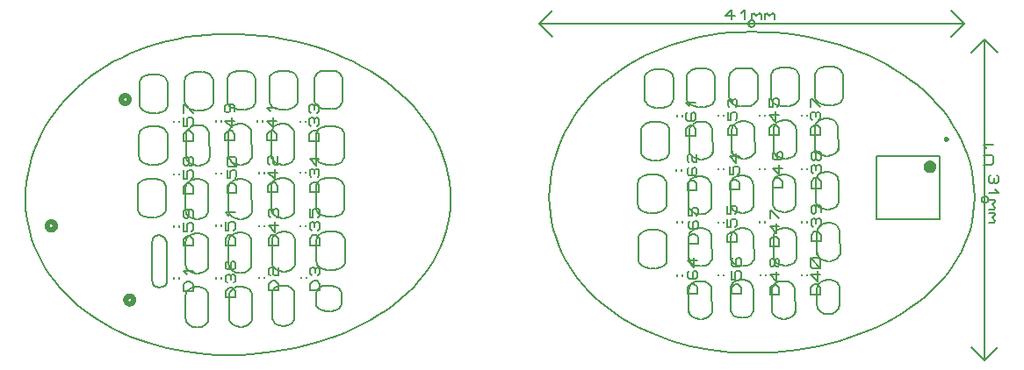
<source format=gbr>
G04 PROTEUS GERBER X2 FILE*
%TF.GenerationSoftware,Labcenter,Proteus,8.9-SP2-Build28501*%
%TF.CreationDate,2020-07-12T19:41:18+00:00*%
%TF.FileFunction,Legend,Top*%
%TF.FilePolarity,Positive*%
%TF.Part,Single*%
%TF.SameCoordinates,{dc61f2e1-3fbc-4622-b235-fc52ee95e5fb}*%
%FSLAX45Y45*%
%MOMM*%
G01*
%TA.AperFunction,Material*%
%ADD71C,0.200000*%
%ADD20C,0.600000*%
%ADD21C,0.250000*%
%ADD22C,0.203200*%
%TA.AperFunction,Profile*%
%ADD18C,0.203200*%
%TA.AperFunction,NonMaterial*%
%ADD19C,0.203200*%
%TA.AperFunction,Material*%
%ADD23C,0.508000*%
%TD.AperFunction*%
D71*
X+1655000Y-5580000D02*
X+1655000Y-6190000D01*
X+2265000Y-6190000D01*
X+2265000Y-5580000D01*
X+1655000Y-5580000D01*
D20*
X+2195000Y-5680000D02*
X+2194897Y-5677511D01*
X+2194055Y-5672531D01*
X+2192295Y-5667551D01*
X+2189418Y-5662571D01*
X+2185017Y-5657655D01*
X+2180037Y-5654041D01*
X+2175057Y-5651736D01*
X+2170077Y-5650433D01*
X+2165097Y-5650000D01*
X+2165000Y-5650000D01*
X+2135000Y-5680000D02*
X+2135103Y-5677511D01*
X+2135945Y-5672531D01*
X+2137705Y-5667551D01*
X+2140582Y-5662571D01*
X+2144983Y-5657655D01*
X+2149963Y-5654041D01*
X+2154943Y-5651736D01*
X+2159923Y-5650433D01*
X+2164903Y-5650000D01*
X+2165000Y-5650000D01*
X+2135000Y-5680000D02*
X+2135103Y-5682489D01*
X+2135945Y-5687469D01*
X+2137705Y-5692449D01*
X+2140582Y-5697429D01*
X+2144983Y-5702345D01*
X+2149963Y-5705959D01*
X+2154943Y-5708264D01*
X+2159923Y-5709567D01*
X+2164903Y-5710000D01*
X+2165000Y-5710000D01*
X+2195000Y-5680000D02*
X+2194897Y-5682489D01*
X+2194055Y-5687469D01*
X+2192295Y-5692449D01*
X+2189418Y-5697429D01*
X+2185017Y-5702345D01*
X+2180037Y-5705959D01*
X+2175057Y-5708264D01*
X+2170077Y-5709567D01*
X+2165097Y-5710000D01*
X+2165000Y-5710000D01*
D21*
X+2337500Y-5415000D02*
X+2337457Y-5413961D01*
X+2337105Y-5411882D01*
X+2336368Y-5409803D01*
X+2335164Y-5407724D01*
X+2333323Y-5405674D01*
X+2331244Y-5404171D01*
X+2329165Y-5403214D01*
X+2327086Y-5402675D01*
X+2325007Y-5402500D01*
X+2325000Y-5402500D01*
X+2312500Y-5415000D02*
X+2312543Y-5413961D01*
X+2312895Y-5411882D01*
X+2313632Y-5409803D01*
X+2314836Y-5407724D01*
X+2316677Y-5405674D01*
X+2318756Y-5404171D01*
X+2320835Y-5403214D01*
X+2322914Y-5402675D01*
X+2324993Y-5402500D01*
X+2325000Y-5402500D01*
X+2312500Y-5415000D02*
X+2312543Y-5416039D01*
X+2312895Y-5418118D01*
X+2313632Y-5420197D01*
X+2314836Y-5422276D01*
X+2316677Y-5424326D01*
X+2318756Y-5425829D01*
X+2320835Y-5426786D01*
X+2322914Y-5427325D01*
X+2324993Y-5427500D01*
X+2325000Y-5427500D01*
X+2337500Y-5415000D02*
X+2337457Y-5416039D01*
X+2337105Y-5418118D01*
X+2336368Y-5420197D01*
X+2335164Y-5422276D01*
X+2333323Y-5424326D01*
X+2331244Y-5425829D01*
X+2329165Y-5426786D01*
X+2327086Y-5427325D01*
X+2325007Y-5427500D01*
X+2325000Y-5427500D01*
D22*
X+2685480Y-5662000D02*
X+2761680Y-5662000D01*
X+2776920Y-5646125D01*
X+2776920Y-5582625D01*
X+2761680Y-5566750D01*
X+2685480Y-5566750D01*
X+2715960Y-5503250D02*
X+2685480Y-5471500D01*
X+2776920Y-5471500D01*
X-5064600Y-6750640D02*
X-5064600Y-6763340D01*
X-5115400Y-6750640D02*
X-5115400Y-6763340D01*
X-4932520Y-6882720D02*
X-5023960Y-6882720D01*
X-5023960Y-6819220D01*
X-4993480Y-6787470D01*
X-4963000Y-6787470D01*
X-4932520Y-6819220D01*
X-4932520Y-6882720D01*
X-4993480Y-6723970D02*
X-5023960Y-6692220D01*
X-4932520Y-6692220D01*
X-5065600Y-5236640D02*
X-5065600Y-5249340D01*
X-5116400Y-5236640D02*
X-5116400Y-5249340D01*
X-4933520Y-5432220D02*
X-5024960Y-5432220D01*
X-5024960Y-5368720D01*
X-4994480Y-5336970D01*
X-4964000Y-5336970D01*
X-4933520Y-5368720D01*
X-4933520Y-5432220D01*
X-5024960Y-5209970D02*
X-5024960Y-5289345D01*
X-4994480Y-5289345D01*
X-4994480Y-5225845D01*
X-4979240Y-5209970D01*
X-4948760Y-5209970D01*
X-4933520Y-5225845D01*
X-4933520Y-5273470D01*
X-4948760Y-5289345D01*
X-5024960Y-5162345D02*
X-5024960Y-5082970D01*
X-5009720Y-5082970D01*
X-4933520Y-5162345D01*
X-5064600Y-5745640D02*
X-5064600Y-5758340D01*
X-5115400Y-5745640D02*
X-5115400Y-5758340D01*
X-4932520Y-5941220D02*
X-5023960Y-5941220D01*
X-5023960Y-5877720D01*
X-4993480Y-5845970D01*
X-4963000Y-5845970D01*
X-4932520Y-5877720D01*
X-4932520Y-5941220D01*
X-5023960Y-5718970D02*
X-5023960Y-5798345D01*
X-4993480Y-5798345D01*
X-4993480Y-5734845D01*
X-4978240Y-5718970D01*
X-4947760Y-5718970D01*
X-4932520Y-5734845D01*
X-4932520Y-5782470D01*
X-4947760Y-5798345D01*
X-4978240Y-5655470D02*
X-4993480Y-5671345D01*
X-5008720Y-5671345D01*
X-5023960Y-5655470D01*
X-5023960Y-5607845D01*
X-5008720Y-5591970D01*
X-4993480Y-5591970D01*
X-4978240Y-5607845D01*
X-4978240Y-5655470D01*
X-4963000Y-5671345D01*
X-4947760Y-5671345D01*
X-4932520Y-5655470D01*
X-4932520Y-5607845D01*
X-4947760Y-5591970D01*
X-4963000Y-5591970D01*
X-4978240Y-5607845D01*
X-5064600Y-6250640D02*
X-5064600Y-6263340D01*
X-5115400Y-6250640D02*
X-5115400Y-6263340D01*
X-4932520Y-6446220D02*
X-5023960Y-6446220D01*
X-5023960Y-6382720D01*
X-4993480Y-6350970D01*
X-4963000Y-6350970D01*
X-4932520Y-6382720D01*
X-4932520Y-6446220D01*
X-5023960Y-6223970D02*
X-5023960Y-6303345D01*
X-4993480Y-6303345D01*
X-4993480Y-6239845D01*
X-4978240Y-6223970D01*
X-4947760Y-6223970D01*
X-4932520Y-6239845D01*
X-4932520Y-6287470D01*
X-4947760Y-6303345D01*
X-4993480Y-6096970D02*
X-4978240Y-6112845D01*
X-4978240Y-6160470D01*
X-4993480Y-6176345D01*
X-5008720Y-6176345D01*
X-5023960Y-6160470D01*
X-5023960Y-6112845D01*
X-5008720Y-6096970D01*
X-4947760Y-6096970D01*
X-4932520Y-6112845D01*
X-4932520Y-6160470D01*
X-4245600Y-6745640D02*
X-4245600Y-6758340D01*
X-4296400Y-6745640D02*
X-4296400Y-6758340D01*
X-4113520Y-6877720D02*
X-4204960Y-6877720D01*
X-4204960Y-6814220D01*
X-4174480Y-6782470D01*
X-4144000Y-6782470D01*
X-4113520Y-6814220D01*
X-4113520Y-6877720D01*
X-4189720Y-6734845D02*
X-4204960Y-6718970D01*
X-4204960Y-6671345D01*
X-4189720Y-6655470D01*
X-4174480Y-6655470D01*
X-4159240Y-6671345D01*
X-4159240Y-6718970D01*
X-4144000Y-6734845D01*
X-4113520Y-6734845D01*
X-4113520Y-6655470D01*
X-4260600Y-5234640D02*
X-4260600Y-5247340D01*
X-4311400Y-5234640D02*
X-4311400Y-5247340D01*
X-4128520Y-5430220D02*
X-4219960Y-5430220D01*
X-4219960Y-5366720D01*
X-4189480Y-5334970D01*
X-4159000Y-5334970D01*
X-4128520Y-5366720D01*
X-4128520Y-5430220D01*
X-4159000Y-5207970D02*
X-4159000Y-5303220D01*
X-4219960Y-5239720D01*
X-4128520Y-5239720D01*
X-4189480Y-5144470D02*
X-4219960Y-5112720D01*
X-4128520Y-5112720D01*
X-4249600Y-5734200D02*
X-4249600Y-5746900D01*
X-4300400Y-5734200D02*
X-4300400Y-5746900D01*
X-4117520Y-5929780D02*
X-4208960Y-5929780D01*
X-4208960Y-5866280D01*
X-4178480Y-5834530D01*
X-4148000Y-5834530D01*
X-4117520Y-5866280D01*
X-4117520Y-5929780D01*
X-4148000Y-5707530D02*
X-4148000Y-5802780D01*
X-4208960Y-5739280D01*
X-4117520Y-5739280D01*
X-4193720Y-5659905D02*
X-4208960Y-5644030D01*
X-4208960Y-5596405D01*
X-4193720Y-5580530D01*
X-4178480Y-5580530D01*
X-4163240Y-5596405D01*
X-4163240Y-5644030D01*
X-4148000Y-5659905D01*
X-4117520Y-5659905D01*
X-4117520Y-5580530D01*
X-4247600Y-6244640D02*
X-4247600Y-6257340D01*
X-4298400Y-6244640D02*
X-4298400Y-6257340D01*
X-4115520Y-6440220D02*
X-4206960Y-6440220D01*
X-4206960Y-6376720D01*
X-4176480Y-6344970D01*
X-4146000Y-6344970D01*
X-4115520Y-6376720D01*
X-4115520Y-6440220D01*
X-4146000Y-6217970D02*
X-4146000Y-6313220D01*
X-4206960Y-6249720D01*
X-4115520Y-6249720D01*
X-4191720Y-6170345D02*
X-4206960Y-6154470D01*
X-4206960Y-6106845D01*
X-4191720Y-6090970D01*
X-4176480Y-6090970D01*
X-4161240Y-6106845D01*
X-4146000Y-6090970D01*
X-4130760Y-6090970D01*
X-4115520Y-6106845D01*
X-4115520Y-6154470D01*
X-4130760Y-6170345D01*
X-4161240Y-6138595D02*
X-4161240Y-6106845D01*
X-3844600Y-6744200D02*
X-3844600Y-6756900D01*
X-3895400Y-6744200D02*
X-3895400Y-6756900D01*
X-3712520Y-6876280D02*
X-3803960Y-6876280D01*
X-3803960Y-6812780D01*
X-3773480Y-6781030D01*
X-3743000Y-6781030D01*
X-3712520Y-6812780D01*
X-3712520Y-6876280D01*
X-3788720Y-6733405D02*
X-3803960Y-6717530D01*
X-3803960Y-6669905D01*
X-3788720Y-6654030D01*
X-3773480Y-6654030D01*
X-3758240Y-6669905D01*
X-3743000Y-6654030D01*
X-3727760Y-6654030D01*
X-3712520Y-6669905D01*
X-3712520Y-6717530D01*
X-3727760Y-6733405D01*
X-3758240Y-6701655D02*
X-3758240Y-6669905D01*
X-3851600Y-5236640D02*
X-3851600Y-5249340D01*
X-3902400Y-5236640D02*
X-3902400Y-5249340D01*
X-3719520Y-5432220D02*
X-3810960Y-5432220D01*
X-3810960Y-5368720D01*
X-3780480Y-5336970D01*
X-3750000Y-5336970D01*
X-3719520Y-5368720D01*
X-3719520Y-5432220D01*
X-3795720Y-5289345D02*
X-3810960Y-5273470D01*
X-3810960Y-5225845D01*
X-3795720Y-5209970D01*
X-3780480Y-5209970D01*
X-3765240Y-5225845D01*
X-3750000Y-5209970D01*
X-3734760Y-5209970D01*
X-3719520Y-5225845D01*
X-3719520Y-5273470D01*
X-3734760Y-5289345D01*
X-3765240Y-5257595D02*
X-3765240Y-5225845D01*
X-3795720Y-5162345D02*
X-3810960Y-5146470D01*
X-3810960Y-5098845D01*
X-3795720Y-5082970D01*
X-3780480Y-5082970D01*
X-3765240Y-5098845D01*
X-3750000Y-5082970D01*
X-3734760Y-5082970D01*
X-3719520Y-5098845D01*
X-3719520Y-5146470D01*
X-3734760Y-5162345D01*
X-3765240Y-5130595D02*
X-3765240Y-5098845D01*
X-3850600Y-5729080D02*
X-3850600Y-5741780D01*
X-3901400Y-5729080D02*
X-3901400Y-5741780D01*
X-3718520Y-5924660D02*
X-3809960Y-5924660D01*
X-3809960Y-5861160D01*
X-3779480Y-5829410D01*
X-3749000Y-5829410D01*
X-3718520Y-5861160D01*
X-3718520Y-5924660D01*
X-3794720Y-5781785D02*
X-3809960Y-5765910D01*
X-3809960Y-5718285D01*
X-3794720Y-5702410D01*
X-3779480Y-5702410D01*
X-3764240Y-5718285D01*
X-3749000Y-5702410D01*
X-3733760Y-5702410D01*
X-3718520Y-5718285D01*
X-3718520Y-5765910D01*
X-3733760Y-5781785D01*
X-3764240Y-5750035D02*
X-3764240Y-5718285D01*
X-3749000Y-5575410D02*
X-3749000Y-5670660D01*
X-3809960Y-5607160D01*
X-3718520Y-5607160D01*
X-3849600Y-6244200D02*
X-3849600Y-6256900D01*
X-3900400Y-6244200D02*
X-3900400Y-6256900D01*
X-3717520Y-6439780D02*
X-3808960Y-6439780D01*
X-3808960Y-6376280D01*
X-3778480Y-6344530D01*
X-3748000Y-6344530D01*
X-3717520Y-6376280D01*
X-3717520Y-6439780D01*
X-3793720Y-6296905D02*
X-3808960Y-6281030D01*
X-3808960Y-6233405D01*
X-3793720Y-6217530D01*
X-3778480Y-6217530D01*
X-3763240Y-6233405D01*
X-3748000Y-6217530D01*
X-3732760Y-6217530D01*
X-3717520Y-6233405D01*
X-3717520Y-6281030D01*
X-3732760Y-6296905D01*
X-3763240Y-6265155D02*
X-3763240Y-6233405D01*
X-3808960Y-6090530D02*
X-3808960Y-6169905D01*
X-3778480Y-6169905D01*
X-3778480Y-6106405D01*
X-3763240Y-6090530D01*
X-3732760Y-6090530D01*
X-3717520Y-6106405D01*
X-3717520Y-6154030D01*
X-3732760Y-6169905D01*
X-4657600Y-6749640D02*
X-4657600Y-6762340D01*
X-4708400Y-6749640D02*
X-4708400Y-6762340D01*
X-4525520Y-6945220D02*
X-4616960Y-6945220D01*
X-4616960Y-6881720D01*
X-4586480Y-6849970D01*
X-4556000Y-6849970D01*
X-4525520Y-6881720D01*
X-4525520Y-6945220D01*
X-4601720Y-6802345D02*
X-4616960Y-6786470D01*
X-4616960Y-6738845D01*
X-4601720Y-6722970D01*
X-4586480Y-6722970D01*
X-4571240Y-6738845D01*
X-4556000Y-6722970D01*
X-4540760Y-6722970D01*
X-4525520Y-6738845D01*
X-4525520Y-6786470D01*
X-4540760Y-6802345D01*
X-4571240Y-6770595D02*
X-4571240Y-6738845D01*
X-4601720Y-6595970D02*
X-4616960Y-6611845D01*
X-4616960Y-6659470D01*
X-4601720Y-6675345D01*
X-4540760Y-6675345D01*
X-4525520Y-6659470D01*
X-4525520Y-6611845D01*
X-4540760Y-6595970D01*
X-4556000Y-6595970D01*
X-4571240Y-6611845D01*
X-4571240Y-6675345D01*
X-4665600Y-5233640D02*
X-4665600Y-5246340D01*
X-4716400Y-5233640D02*
X-4716400Y-5246340D01*
X-4533520Y-5429220D02*
X-4624960Y-5429220D01*
X-4624960Y-5365720D01*
X-4594480Y-5333970D01*
X-4564000Y-5333970D01*
X-4533520Y-5365720D01*
X-4533520Y-5429220D01*
X-4564000Y-5206970D02*
X-4564000Y-5302220D01*
X-4624960Y-5238720D01*
X-4533520Y-5238720D01*
X-4594480Y-5079970D02*
X-4579240Y-5095845D01*
X-4579240Y-5143470D01*
X-4594480Y-5159345D01*
X-4609720Y-5159345D01*
X-4624960Y-5143470D01*
X-4624960Y-5095845D01*
X-4609720Y-5079970D01*
X-4548760Y-5079970D01*
X-4533520Y-5095845D01*
X-4533520Y-5143470D01*
X-4665600Y-5738640D02*
X-4665600Y-5751340D01*
X-4716400Y-5738640D02*
X-4716400Y-5751340D01*
X-4513520Y-5934220D02*
X-4604960Y-5934220D01*
X-4604960Y-5870720D01*
X-4574480Y-5838970D01*
X-4544000Y-5838970D01*
X-4513520Y-5870720D01*
X-4513520Y-5934220D01*
X-4604960Y-5711970D02*
X-4604960Y-5791345D01*
X-4574480Y-5791345D01*
X-4574480Y-5727845D01*
X-4559240Y-5711970D01*
X-4528760Y-5711970D01*
X-4513520Y-5727845D01*
X-4513520Y-5775470D01*
X-4528760Y-5791345D01*
X-4528760Y-5680220D02*
X-4589720Y-5680220D01*
X-4604960Y-5664345D01*
X-4604960Y-5600845D01*
X-4589720Y-5584970D01*
X-4528760Y-5584970D01*
X-4513520Y-5600845D01*
X-4513520Y-5664345D01*
X-4528760Y-5680220D01*
X-4513520Y-5680220D02*
X-4604960Y-5584970D01*
X-4661600Y-6243640D02*
X-4661600Y-6256340D01*
X-4712400Y-6243640D02*
X-4712400Y-6256340D01*
X-4529520Y-6439220D02*
X-4620960Y-6439220D01*
X-4620960Y-6375720D01*
X-4590480Y-6343970D01*
X-4560000Y-6343970D01*
X-4529520Y-6375720D01*
X-4529520Y-6439220D01*
X-4620960Y-6216970D02*
X-4620960Y-6296345D01*
X-4590480Y-6296345D01*
X-4590480Y-6232845D01*
X-4575240Y-6216970D01*
X-4544760Y-6216970D01*
X-4529520Y-6232845D01*
X-4529520Y-6280470D01*
X-4544760Y-6296345D01*
X-4590480Y-6153470D02*
X-4620960Y-6121720D01*
X-4529520Y-6121720D01*
X+982400Y-5178640D02*
X+982400Y-5191340D01*
X+931600Y-5178640D02*
X+931600Y-5191340D01*
X+1114480Y-5374220D02*
X+1023040Y-5374220D01*
X+1023040Y-5310720D01*
X+1053520Y-5278970D01*
X+1084000Y-5278970D01*
X+1114480Y-5310720D01*
X+1114480Y-5374220D01*
X+1038280Y-5231345D02*
X+1023040Y-5215470D01*
X+1023040Y-5167845D01*
X+1038280Y-5151970D01*
X+1053520Y-5151970D01*
X+1068760Y-5167845D01*
X+1084000Y-5151970D01*
X+1099240Y-5151970D01*
X+1114480Y-5167845D01*
X+1114480Y-5215470D01*
X+1099240Y-5231345D01*
X+1068760Y-5199595D02*
X+1068760Y-5167845D01*
X+1023040Y-5104345D02*
X+1023040Y-5024970D01*
X+1038280Y-5024970D01*
X+1114480Y-5104345D01*
X+985400Y-5694200D02*
X+985400Y-5706900D01*
X+934600Y-5694200D02*
X+934600Y-5706900D01*
X+1117480Y-5889780D02*
X+1026040Y-5889780D01*
X+1026040Y-5826280D01*
X+1056520Y-5794530D01*
X+1087000Y-5794530D01*
X+1117480Y-5826280D01*
X+1117480Y-5889780D01*
X+1041280Y-5746905D02*
X+1026040Y-5731030D01*
X+1026040Y-5683405D01*
X+1041280Y-5667530D01*
X+1056520Y-5667530D01*
X+1071760Y-5683405D01*
X+1087000Y-5667530D01*
X+1102240Y-5667530D01*
X+1117480Y-5683405D01*
X+1117480Y-5731030D01*
X+1102240Y-5746905D01*
X+1071760Y-5715155D02*
X+1071760Y-5683405D01*
X+1071760Y-5604030D02*
X+1056520Y-5619905D01*
X+1041280Y-5619905D01*
X+1026040Y-5604030D01*
X+1026040Y-5556405D01*
X+1041280Y-5540530D01*
X+1056520Y-5540530D01*
X+1071760Y-5556405D01*
X+1071760Y-5604030D01*
X+1087000Y-5619905D01*
X+1102240Y-5619905D01*
X+1117480Y-5604030D01*
X+1117480Y-5556405D01*
X+1102240Y-5540530D01*
X+1087000Y-5540530D01*
X+1071760Y-5556405D01*
X+985960Y-6208640D02*
X+985960Y-6221340D01*
X+935160Y-6208640D02*
X+935160Y-6221340D01*
X+1118040Y-6404220D02*
X+1026600Y-6404220D01*
X+1026600Y-6340720D01*
X+1057080Y-6308970D01*
X+1087560Y-6308970D01*
X+1118040Y-6340720D01*
X+1118040Y-6404220D01*
X+1041840Y-6261345D02*
X+1026600Y-6245470D01*
X+1026600Y-6197845D01*
X+1041840Y-6181970D01*
X+1057080Y-6181970D01*
X+1072320Y-6197845D01*
X+1087560Y-6181970D01*
X+1102800Y-6181970D01*
X+1118040Y-6197845D01*
X+1118040Y-6245470D01*
X+1102800Y-6261345D01*
X+1072320Y-6229595D02*
X+1072320Y-6197845D01*
X+1057080Y-6054970D02*
X+1072320Y-6070845D01*
X+1072320Y-6118470D01*
X+1057080Y-6134345D01*
X+1041840Y-6134345D01*
X+1026600Y-6118470D01*
X+1026600Y-6070845D01*
X+1041840Y-6054970D01*
X+1102800Y-6054970D01*
X+1118040Y-6070845D01*
X+1118040Y-6118470D01*
X+982960Y-6718640D02*
X+982960Y-6731340D01*
X+932160Y-6718640D02*
X+932160Y-6731340D01*
X+1115040Y-6914220D02*
X+1023600Y-6914220D01*
X+1023600Y-6850720D01*
X+1054080Y-6818970D01*
X+1084560Y-6818970D01*
X+1115040Y-6850720D01*
X+1115040Y-6914220D01*
X+1084560Y-6691970D02*
X+1084560Y-6787220D01*
X+1023600Y-6723720D01*
X+1115040Y-6723720D01*
X+1099800Y-6660220D02*
X+1038840Y-6660220D01*
X+1023600Y-6644345D01*
X+1023600Y-6580845D01*
X+1038840Y-6564970D01*
X+1099800Y-6564970D01*
X+1115040Y-6580845D01*
X+1115040Y-6644345D01*
X+1099800Y-6660220D01*
X+1115040Y-6660220D02*
X+1023600Y-6564970D01*
X+583400Y-5177640D02*
X+583400Y-5190340D01*
X+532600Y-5177640D02*
X+532600Y-5190340D01*
X+715480Y-5373220D02*
X+624040Y-5373220D01*
X+624040Y-5309720D01*
X+654520Y-5277970D01*
X+685000Y-5277970D01*
X+715480Y-5309720D01*
X+715480Y-5373220D01*
X+685000Y-5150970D02*
X+685000Y-5246220D01*
X+624040Y-5182720D01*
X+715480Y-5182720D01*
X+624040Y-5023970D02*
X+624040Y-5103345D01*
X+654520Y-5103345D01*
X+654520Y-5039845D01*
X+669760Y-5023970D01*
X+700240Y-5023970D01*
X+715480Y-5039845D01*
X+715480Y-5087470D01*
X+700240Y-5103345D01*
X+582960Y-5696640D02*
X+582960Y-5709340D01*
X+532160Y-5696640D02*
X+532160Y-5709340D01*
X+745040Y-5887220D02*
X+653600Y-5887220D01*
X+653600Y-5823720D01*
X+684080Y-5791970D01*
X+714560Y-5791970D01*
X+745040Y-5823720D01*
X+745040Y-5887220D01*
X+714560Y-5664970D02*
X+714560Y-5760220D01*
X+653600Y-5696720D01*
X+745040Y-5696720D01*
X+668840Y-5537970D02*
X+653600Y-5553845D01*
X+653600Y-5601470D01*
X+668840Y-5617345D01*
X+729800Y-5617345D01*
X+745040Y-5601470D01*
X+745040Y-5553845D01*
X+729800Y-5537970D01*
X+714560Y-5537970D01*
X+699320Y-5553845D01*
X+699320Y-5617345D01*
X+581400Y-6209200D02*
X+581400Y-6221900D01*
X+530600Y-6209200D02*
X+530600Y-6221900D01*
X+718480Y-6449780D02*
X+627040Y-6449780D01*
X+627040Y-6386280D01*
X+657520Y-6354530D01*
X+688000Y-6354530D01*
X+718480Y-6386280D01*
X+718480Y-6449780D01*
X+688000Y-6227530D02*
X+688000Y-6322780D01*
X+627040Y-6259280D01*
X+718480Y-6259280D01*
X+627040Y-6179905D02*
X+627040Y-6100530D01*
X+642280Y-6100530D01*
X+718480Y-6179905D01*
X+585400Y-6720640D02*
X+585400Y-6733340D01*
X+534600Y-6720640D02*
X+534600Y-6733340D01*
X+717480Y-6916220D02*
X+626040Y-6916220D01*
X+626040Y-6852720D01*
X+656520Y-6820970D01*
X+687000Y-6820970D01*
X+717480Y-6852720D01*
X+717480Y-6916220D01*
X+687000Y-6693970D02*
X+687000Y-6789220D01*
X+626040Y-6725720D01*
X+717480Y-6725720D01*
X+671760Y-6630470D02*
X+656520Y-6646345D01*
X+641280Y-6646345D01*
X+626040Y-6630470D01*
X+626040Y-6582845D01*
X+641280Y-6566970D01*
X+656520Y-6566970D01*
X+671760Y-6582845D01*
X+671760Y-6630470D01*
X+687000Y-6646345D01*
X+702240Y-6646345D01*
X+717480Y-6630470D01*
X+717480Y-6582845D01*
X+702240Y-6566970D01*
X+687000Y-6566970D01*
X+671760Y-6582845D01*
X+180400Y-5181200D02*
X+180400Y-5193900D01*
X+129600Y-5181200D02*
X+129600Y-5193900D01*
X+312480Y-5376780D02*
X+221040Y-5376780D01*
X+221040Y-5313280D01*
X+251520Y-5281530D01*
X+282000Y-5281530D01*
X+312480Y-5313280D01*
X+312480Y-5376780D01*
X+221040Y-5154530D02*
X+221040Y-5233905D01*
X+251520Y-5233905D01*
X+251520Y-5170405D01*
X+266760Y-5154530D01*
X+297240Y-5154530D01*
X+312480Y-5170405D01*
X+312480Y-5218030D01*
X+297240Y-5233905D01*
X+236280Y-5106905D02*
X+221040Y-5091030D01*
X+221040Y-5043405D01*
X+236280Y-5027530D01*
X+251520Y-5027530D01*
X+266760Y-5043405D01*
X+282000Y-5027530D01*
X+297240Y-5027530D01*
X+312480Y-5043405D01*
X+312480Y-5091030D01*
X+297240Y-5106905D01*
X+266760Y-5075155D02*
X+266760Y-5043405D01*
X+180400Y-5694200D02*
X+180400Y-5706900D01*
X+129600Y-5694200D02*
X+129600Y-5706900D01*
X+332480Y-5899780D02*
X+241040Y-5899780D01*
X+241040Y-5836280D01*
X+271520Y-5804530D01*
X+302000Y-5804530D01*
X+332480Y-5836280D01*
X+332480Y-5899780D01*
X+241040Y-5677530D02*
X+241040Y-5756905D01*
X+271520Y-5756905D01*
X+271520Y-5693405D01*
X+286760Y-5677530D01*
X+317240Y-5677530D01*
X+332480Y-5693405D01*
X+332480Y-5741030D01*
X+317240Y-5756905D01*
X+302000Y-5550530D02*
X+302000Y-5645780D01*
X+241040Y-5582280D01*
X+332480Y-5582280D01*
X+177400Y-6211760D02*
X+177400Y-6224460D01*
X+126600Y-6211760D02*
X+126600Y-6224460D01*
X+309480Y-6407340D02*
X+218040Y-6407340D01*
X+218040Y-6343840D01*
X+248520Y-6312090D01*
X+279000Y-6312090D01*
X+309480Y-6343840D01*
X+309480Y-6407340D01*
X+218040Y-6185090D02*
X+218040Y-6264465D01*
X+248520Y-6264465D01*
X+248520Y-6200965D01*
X+263760Y-6185090D01*
X+294240Y-6185090D01*
X+309480Y-6200965D01*
X+309480Y-6248590D01*
X+294240Y-6264465D01*
X+218040Y-6058090D02*
X+218040Y-6137465D01*
X+248520Y-6137465D01*
X+248520Y-6073965D01*
X+263760Y-6058090D01*
X+294240Y-6058090D01*
X+309480Y-6073965D01*
X+309480Y-6121590D01*
X+294240Y-6137465D01*
X+182400Y-6721760D02*
X+182400Y-6734460D01*
X+131600Y-6721760D02*
X+131600Y-6734460D01*
X+349480Y-6912340D02*
X+258040Y-6912340D01*
X+258040Y-6848840D01*
X+288520Y-6817090D01*
X+319000Y-6817090D01*
X+349480Y-6848840D01*
X+349480Y-6912340D01*
X+258040Y-6690090D02*
X+258040Y-6769465D01*
X+288520Y-6769465D01*
X+288520Y-6705965D01*
X+303760Y-6690090D01*
X+334240Y-6690090D01*
X+349480Y-6705965D01*
X+349480Y-6753590D01*
X+334240Y-6769465D01*
X+273280Y-6563090D02*
X+258040Y-6578965D01*
X+258040Y-6626590D01*
X+273280Y-6642465D01*
X+334240Y-6642465D01*
X+349480Y-6626590D01*
X+349480Y-6578965D01*
X+334240Y-6563090D01*
X+319000Y-6563090D01*
X+303760Y-6578965D01*
X+303760Y-6642465D01*
X-219600Y-5185640D02*
X-219600Y-5198340D01*
X-270400Y-5185640D02*
X-270400Y-5198340D01*
X-87520Y-5381220D02*
X-178960Y-5381220D01*
X-178960Y-5317720D01*
X-148480Y-5285970D01*
X-118000Y-5285970D01*
X-87520Y-5317720D01*
X-87520Y-5381220D01*
X-163720Y-5158970D02*
X-178960Y-5174845D01*
X-178960Y-5222470D01*
X-163720Y-5238345D01*
X-102760Y-5238345D01*
X-87520Y-5222470D01*
X-87520Y-5174845D01*
X-102760Y-5158970D01*
X-118000Y-5158970D01*
X-133240Y-5174845D01*
X-133240Y-5238345D01*
X-148480Y-5095470D02*
X-178960Y-5063720D01*
X-87520Y-5063720D01*
X-223720Y-5707080D02*
X-223720Y-5719780D01*
X-274520Y-5707080D02*
X-274520Y-5719780D01*
X-77999Y-5909019D02*
X-169439Y-5909019D01*
X-169439Y-5845519D01*
X-138959Y-5813769D01*
X-108479Y-5813769D01*
X-77999Y-5845519D01*
X-77999Y-5909019D01*
X-154199Y-5686769D02*
X-169439Y-5702644D01*
X-169439Y-5750269D01*
X-154199Y-5766144D01*
X-93239Y-5766144D01*
X-77999Y-5750269D01*
X-77999Y-5702644D01*
X-93239Y-5686769D01*
X-108479Y-5686769D01*
X-123719Y-5702644D01*
X-123719Y-5766144D01*
X-154199Y-5639144D02*
X-169439Y-5623269D01*
X-169439Y-5575644D01*
X-154199Y-5559769D01*
X-138959Y-5559769D01*
X-123719Y-5575644D01*
X-123719Y-5623269D01*
X-108479Y-5639144D01*
X-77999Y-5639144D01*
X-77999Y-5559769D01*
X-215600Y-6723080D02*
X-215600Y-6735780D01*
X-266400Y-6723080D02*
X-266400Y-6735780D01*
X-73520Y-6908660D02*
X-164960Y-6908660D01*
X-164960Y-6845160D01*
X-134480Y-6813410D01*
X-104000Y-6813410D01*
X-73520Y-6845160D01*
X-73520Y-6908660D01*
X-149720Y-6686410D02*
X-164960Y-6702285D01*
X-164960Y-6749910D01*
X-149720Y-6765785D01*
X-88760Y-6765785D01*
X-73520Y-6749910D01*
X-73520Y-6702285D01*
X-88760Y-6686410D01*
X-104000Y-6686410D01*
X-119240Y-6702285D01*
X-119240Y-6765785D01*
X-104000Y-6559410D02*
X-104000Y-6654660D01*
X-164960Y-6591160D01*
X-73520Y-6591160D01*
X-218600Y-6209640D02*
X-218600Y-6222340D01*
X-269400Y-6209640D02*
X-269400Y-6222340D01*
X-66520Y-6425220D02*
X-157960Y-6425220D01*
X-157960Y-6361720D01*
X-127480Y-6329970D01*
X-97000Y-6329970D01*
X-66520Y-6361720D01*
X-66520Y-6425220D01*
X-142720Y-6202970D02*
X-157960Y-6218845D01*
X-157960Y-6266470D01*
X-142720Y-6282345D01*
X-81760Y-6282345D01*
X-66520Y-6266470D01*
X-66520Y-6218845D01*
X-81760Y-6202970D01*
X-97000Y-6202970D01*
X-112240Y-6218845D01*
X-112240Y-6282345D01*
X-157960Y-6075970D02*
X-157960Y-6155345D01*
X-127480Y-6155345D01*
X-127480Y-6091845D01*
X-112240Y-6075970D01*
X-81760Y-6075970D01*
X-66520Y-6091845D01*
X-66520Y-6139470D01*
X-81760Y-6155345D01*
D18*
X-6550000Y-6000000D02*
X-6547519Y-5916226D01*
X-6540151Y-5833716D01*
X-6528008Y-5752560D01*
X-6511200Y-5672852D01*
X-6489840Y-5594681D01*
X-6464039Y-5518140D01*
X-6433909Y-5443320D01*
X-6399561Y-5370312D01*
X-6361107Y-5299210D01*
X-6318658Y-5230103D01*
X-6272326Y-5163083D01*
X-6222223Y-5098242D01*
X-6168460Y-5035672D01*
X-6111149Y-4975464D01*
X-6050401Y-4917709D01*
X-5986328Y-4862500D01*
X-5919042Y-4809927D01*
X-5848653Y-4760083D01*
X-5775275Y-4713058D01*
X-5699017Y-4668945D01*
X-5619993Y-4627835D01*
X-5538313Y-4589819D01*
X-5454089Y-4554990D01*
X-5367432Y-4523438D01*
X-5278454Y-4495255D01*
X-5187267Y-4470532D01*
X-5093983Y-4449362D01*
X-4998712Y-4431836D01*
X-4901567Y-4418045D01*
X-4802659Y-4408081D01*
X-4702099Y-4402036D01*
X-4600000Y-4400000D01*
X-4487429Y-4402036D01*
X-4376556Y-4408081D01*
X-4267503Y-4418045D01*
X-4160394Y-4431836D01*
X-4055352Y-4449362D01*
X-3952500Y-4470532D01*
X-3851961Y-4495255D01*
X-3753857Y-4523438D01*
X-3658313Y-4554990D01*
X-3565450Y-4589819D01*
X-3475393Y-4627835D01*
X-3388263Y-4668945D01*
X-3304184Y-4713058D01*
X-3223279Y-4760083D01*
X-3145672Y-4809927D01*
X-3071484Y-4862500D01*
X-3000840Y-4917709D01*
X-2933861Y-4975464D01*
X-2870672Y-5035672D01*
X-2811395Y-5098242D01*
X-2756153Y-5163083D01*
X-2705070Y-5230103D01*
X-2658267Y-5299210D01*
X-2615869Y-5370312D01*
X-2577998Y-5443320D01*
X-2544778Y-5518140D01*
X-2516331Y-5594681D01*
X-2492780Y-5672852D01*
X-2474248Y-5752560D01*
X-2460859Y-5833716D01*
X-2452735Y-5916226D01*
X-2450000Y-6000000D01*
X-2452735Y-6078538D01*
X-2460859Y-6155891D01*
X-2474248Y-6231975D01*
X-2492780Y-6306702D01*
X-2516331Y-6379987D01*
X-2544778Y-6451744D01*
X-2577998Y-6521888D01*
X-2615869Y-6590332D01*
X-2658267Y-6656991D01*
X-2705070Y-6721779D01*
X-2756153Y-6784610D01*
X-2811395Y-6845398D01*
X-2870672Y-6904058D01*
X-2933861Y-6960503D01*
X-3000840Y-7014647D01*
X-3071484Y-7066406D01*
X-3145672Y-7115693D01*
X-3223279Y-7162422D01*
X-3304184Y-7206508D01*
X-3388263Y-7247864D01*
X-3475393Y-7286405D01*
X-3565450Y-7322044D01*
X-3753857Y-7384277D01*
X-3952500Y-7433876D01*
X-4160394Y-7470154D01*
X-4376556Y-7492424D01*
X-4487429Y-7498092D01*
X-4600000Y-7500000D01*
X-4702099Y-7498092D01*
X-4802659Y-7492424D01*
X-4998712Y-7470154D01*
X-5187267Y-7433876D01*
X-5367432Y-7384277D01*
X-5538313Y-7322044D01*
X-5699017Y-7247864D01*
X-5848653Y-7162422D01*
X-5919042Y-7115693D01*
X-5986328Y-7066406D01*
X-6050401Y-7014647D01*
X-6111149Y-6960503D01*
X-6168460Y-6904058D01*
X-6222223Y-6845398D01*
X-6272326Y-6784610D01*
X-6318658Y-6721779D01*
X-6361107Y-6656991D01*
X-6399561Y-6590332D01*
X-6433909Y-6521888D01*
X-6464039Y-6451744D01*
X-6489840Y-6379987D01*
X-6511200Y-6306702D01*
X-6528008Y-6231975D01*
X-6540151Y-6155891D01*
X-6547519Y-6078538D01*
X-6550000Y-6000000D01*
D19*
X+2700000Y-4450000D02*
X+2700000Y-7550000D01*
X+2700000Y-4450000D02*
X+2573000Y-4577000D01*
X+2700000Y-4450000D02*
X+2827000Y-4577000D01*
X+2700000Y-7550000D02*
X+2827000Y-7423000D01*
X+2700000Y-7550000D02*
X+2573000Y-7423000D01*
X+2731750Y-6000000D02*
X+2731641Y-5997366D01*
X+2730751Y-5992097D01*
X+2728889Y-5986828D01*
X+2725846Y-5981559D01*
X+2721191Y-5976357D01*
X+2715922Y-5972531D01*
X+2710653Y-5970091D01*
X+2705384Y-5968710D01*
X+2700115Y-5968250D01*
X+2700000Y-5968250D01*
X+2668250Y-6000000D02*
X+2668359Y-5997366D01*
X+2669249Y-5992097D01*
X+2671111Y-5986828D01*
X+2674154Y-5981559D01*
X+2678809Y-5976357D01*
X+2684078Y-5972531D01*
X+2689347Y-5970091D01*
X+2694616Y-5968710D01*
X+2699885Y-5968250D01*
X+2700000Y-5968250D01*
X+2668250Y-6000000D02*
X+2668359Y-6002634D01*
X+2669249Y-6007903D01*
X+2671111Y-6013172D01*
X+2674154Y-6018441D01*
X+2678809Y-6023643D01*
X+2684078Y-6027469D01*
X+2689347Y-6029909D01*
X+2694616Y-6031290D01*
X+2699885Y-6031750D01*
X+2700000Y-6031750D01*
X+2731750Y-6000000D02*
X+2731641Y-6002634D01*
X+2730751Y-6007903D01*
X+2728889Y-6013172D01*
X+2725846Y-6018441D01*
X+2721191Y-6023643D01*
X+2715922Y-6027469D01*
X+2710653Y-6029909D01*
X+2705384Y-6031290D01*
X+2700115Y-6031750D01*
X+2700000Y-6031750D01*
X+2816840Y-5761875D02*
X+2832080Y-5777750D01*
X+2832080Y-5825375D01*
X+2816840Y-5841250D01*
X+2801600Y-5841250D01*
X+2786360Y-5825375D01*
X+2771120Y-5841250D01*
X+2755880Y-5841250D01*
X+2740640Y-5825375D01*
X+2740640Y-5777750D01*
X+2755880Y-5761875D01*
X+2786360Y-5793625D02*
X+2786360Y-5825375D01*
X+2801600Y-5904750D02*
X+2832080Y-5936500D01*
X+2740640Y-5936500D01*
X+2740640Y-6000000D02*
X+2801600Y-6000000D01*
X+2786360Y-6000000D02*
X+2801600Y-6015875D01*
X+2771120Y-6047625D01*
X+2801600Y-6079375D01*
X+2786360Y-6095250D01*
X+2740640Y-6095250D01*
X+2740640Y-6127000D02*
X+2801600Y-6127000D01*
X+2786360Y-6127000D02*
X+2801600Y-6142875D01*
X+2771120Y-6174625D01*
X+2801600Y-6206375D01*
X+2786360Y-6222250D01*
X+2740640Y-6222250D01*
X-1600000Y-4300000D02*
X+2500000Y-4300000D01*
X-1600000Y-4300000D02*
X-1473000Y-4427000D01*
X-1600000Y-4300000D02*
X-1473000Y-4173000D01*
X+2500000Y-4300000D02*
X+2373000Y-4173000D01*
X+2500000Y-4300000D02*
X+2373000Y-4427000D01*
X+481750Y-4300000D02*
X+481641Y-4297366D01*
X+480751Y-4292097D01*
X+478889Y-4286828D01*
X+475846Y-4281559D01*
X+471191Y-4276357D01*
X+465922Y-4272531D01*
X+460653Y-4270091D01*
X+455384Y-4268710D01*
X+450115Y-4268250D01*
X+450000Y-4268250D01*
X+418250Y-4300000D02*
X+418359Y-4297366D01*
X+419249Y-4292097D01*
X+421111Y-4286828D01*
X+424154Y-4281559D01*
X+428809Y-4276357D01*
X+434078Y-4272531D01*
X+439347Y-4270091D01*
X+444616Y-4268710D01*
X+449885Y-4268250D01*
X+450000Y-4268250D01*
X+418250Y-4300000D02*
X+418359Y-4302634D01*
X+419249Y-4307903D01*
X+421111Y-4313172D01*
X+424154Y-4318441D01*
X+428809Y-4323643D01*
X+434078Y-4327469D01*
X+439347Y-4329909D01*
X+444616Y-4331290D01*
X+449885Y-4331750D01*
X+450000Y-4331750D01*
X+481750Y-4300000D02*
X+481641Y-4302634D01*
X+480751Y-4307903D01*
X+478889Y-4313172D01*
X+475846Y-4318441D01*
X+471191Y-4323643D01*
X+465922Y-4327469D01*
X+460653Y-4329909D01*
X+455384Y-4331290D01*
X+450115Y-4331750D01*
X+450000Y-4331750D01*
X+291250Y-4228880D02*
X+196000Y-4228880D01*
X+259500Y-4167920D01*
X+259500Y-4259360D01*
X+354750Y-4198400D02*
X+386500Y-4167920D01*
X+386500Y-4259360D01*
X+450000Y-4259360D02*
X+450000Y-4198400D01*
X+450000Y-4213640D02*
X+465875Y-4198400D01*
X+497625Y-4228880D01*
X+529375Y-4198400D01*
X+545250Y-4213640D01*
X+545250Y-4259360D01*
X+577000Y-4259360D02*
X+577000Y-4198400D01*
X+577000Y-4213640D02*
X+592875Y-4198400D01*
X+624625Y-4228880D01*
X+656375Y-4198400D01*
X+672250Y-4213640D01*
X+672250Y-4259360D01*
D18*
X-4430000Y-4760000D02*
X-4390644Y-4766943D01*
X-4358906Y-4786016D01*
X-4337715Y-4814580D01*
X-4331990Y-4831598D01*
X-4330000Y-4850000D01*
X-4435000Y-5130000D02*
X-4393676Y-5123442D01*
X-4360351Y-5105430D01*
X-4338100Y-5078452D01*
X-4332089Y-5062380D01*
X-4330000Y-5045000D01*
X-4495000Y-5130000D02*
X-4538291Y-5123442D01*
X-4573203Y-5105430D01*
X-4596514Y-5078452D01*
X-4602811Y-5062380D01*
X-4605000Y-5045000D01*
X-4500000Y-4760000D02*
X-4541323Y-4766558D01*
X-4574648Y-4784570D01*
X-4596899Y-4811548D01*
X-4602911Y-4827620D01*
X-4605000Y-4845000D01*
X-4605000Y-5045000D02*
X-4605000Y-4845000D01*
X-4435000Y-4760000D02*
X-4510000Y-4760000D01*
X-4440000Y-5130000D02*
X-4490000Y-5130000D01*
X-4330000Y-4845000D02*
X-4330000Y-5045000D01*
X-4025000Y-4760000D02*
X-3985644Y-4766943D01*
X-3953906Y-4786016D01*
X-3932715Y-4814580D01*
X-3926990Y-4831598D01*
X-3925000Y-4850000D01*
X-4030000Y-5130000D02*
X-3988676Y-5123442D01*
X-3955351Y-5105430D01*
X-3933100Y-5078452D01*
X-3927089Y-5062380D01*
X-3925000Y-5045000D01*
X-4090000Y-5130000D02*
X-4133291Y-5123442D01*
X-4168203Y-5105430D01*
X-4191514Y-5078452D01*
X-4197811Y-5062380D01*
X-4200000Y-5045000D01*
X-4095000Y-4760000D02*
X-4136323Y-4766558D01*
X-4169648Y-4784570D01*
X-4191899Y-4811548D01*
X-4197911Y-4827620D01*
X-4200000Y-4845000D01*
X-4200000Y-5045000D02*
X-4200000Y-4845000D01*
X-4030000Y-4760000D02*
X-4105000Y-4760000D01*
X-4035000Y-5130000D02*
X-4085000Y-5130000D01*
X-3925000Y-4845000D02*
X-3925000Y-5045000D01*
X-4840000Y-4770000D02*
X-4800644Y-4776943D01*
X-4768906Y-4796016D01*
X-4747715Y-4824580D01*
X-4741990Y-4841598D01*
X-4740000Y-4860000D01*
X-4845000Y-5140000D02*
X-4803676Y-5133442D01*
X-4770351Y-5115430D01*
X-4748100Y-5088452D01*
X-4742089Y-5072380D01*
X-4740000Y-5055000D01*
X-4905000Y-5140000D02*
X-4948291Y-5133442D01*
X-4983203Y-5115430D01*
X-5006514Y-5088452D01*
X-5012811Y-5072380D01*
X-5015000Y-5055000D01*
X-4910000Y-4770000D02*
X-4951323Y-4776558D01*
X-4984648Y-4794570D01*
X-5006899Y-4821548D01*
X-5012911Y-4837620D01*
X-5015000Y-4855000D01*
X-5015000Y-5055000D02*
X-5015000Y-4855000D01*
X-4845000Y-4770000D02*
X-4920000Y-4770000D01*
X-4850000Y-5140000D02*
X-4900000Y-5140000D01*
X-4740000Y-4855000D02*
X-4740000Y-5055000D01*
X-3590000Y-4755000D02*
X-3550644Y-4761943D01*
X-3518906Y-4781016D01*
X-3497715Y-4809580D01*
X-3491990Y-4826598D01*
X-3490000Y-4845000D01*
X-3595000Y-5125000D02*
X-3553676Y-5118442D01*
X-3520351Y-5100430D01*
X-3498100Y-5073452D01*
X-3492089Y-5057380D01*
X-3490000Y-5040000D01*
X-3655000Y-5125000D02*
X-3698291Y-5118442D01*
X-3733203Y-5100430D01*
X-3756514Y-5073452D01*
X-3762811Y-5057380D01*
X-3765000Y-5040000D01*
X-3660000Y-4755000D02*
X-3701323Y-4761558D01*
X-3734648Y-4779570D01*
X-3756899Y-4806548D01*
X-3762911Y-4822620D01*
X-3765000Y-4840000D01*
X-3765000Y-5040000D02*
X-3765000Y-4840000D01*
X-3590000Y-4755000D02*
X-3665000Y-4755000D01*
X-3600000Y-5125000D02*
X-3650000Y-5125000D01*
X-3490000Y-4840000D02*
X-3490000Y-5040000D01*
X+810000Y-4725000D02*
X+849356Y-4731943D01*
X+881094Y-4751016D01*
X+902285Y-4779580D01*
X+908010Y-4796598D01*
X+910000Y-4815000D01*
X+805000Y-5095000D02*
X+846324Y-5088442D01*
X+879649Y-5070430D01*
X+901900Y-5043452D01*
X+907911Y-5027380D01*
X+910000Y-5010000D01*
X+745000Y-5095000D02*
X+701709Y-5088442D01*
X+666797Y-5070430D01*
X+643486Y-5043452D01*
X+637189Y-5027380D01*
X+635000Y-5010000D01*
X+740000Y-4725000D02*
X+698677Y-4731558D01*
X+665352Y-4749570D01*
X+643101Y-4776548D01*
X+637089Y-4792620D01*
X+635000Y-4810000D01*
X+635000Y-5010000D02*
X+635000Y-4810000D01*
X+810000Y-4725000D02*
X+735000Y-4725000D01*
X+800000Y-5095000D02*
X+750000Y-5095000D01*
X+910000Y-4810000D02*
X+910000Y-5010000D01*
X+410000Y-4730000D02*
X+449356Y-4736943D01*
X+481094Y-4756016D01*
X+502285Y-4784580D01*
X+508010Y-4801598D01*
X+510000Y-4820000D01*
X+405000Y-5100000D02*
X+446324Y-5093442D01*
X+479649Y-5075430D01*
X+501900Y-5048452D01*
X+507911Y-5032380D01*
X+510000Y-5015000D01*
X+345000Y-5100000D02*
X+301709Y-5093442D01*
X+266797Y-5075430D01*
X+243486Y-5048452D01*
X+237189Y-5032380D01*
X+235000Y-5015000D01*
X+340000Y-4730000D02*
X+298677Y-4736558D01*
X+265352Y-4754570D01*
X+243101Y-4781548D01*
X+237089Y-4797620D01*
X+235000Y-4815000D01*
X+235000Y-5015000D02*
X+235000Y-4815000D01*
X+410000Y-4730000D02*
X+335000Y-4730000D01*
X+400000Y-5100000D02*
X+350000Y-5100000D01*
X+510000Y-4815000D02*
X+510000Y-5015000D01*
X+1235000Y-4720000D02*
X+1274356Y-4726943D01*
X+1306094Y-4746016D01*
X+1327285Y-4774580D01*
X+1333010Y-4791598D01*
X+1335000Y-4810000D01*
X+1230000Y-5090000D02*
X+1271324Y-5083442D01*
X+1304649Y-5065430D01*
X+1326900Y-5038452D01*
X+1332911Y-5022380D01*
X+1335000Y-5005000D01*
X+1170000Y-5090000D02*
X+1126709Y-5083442D01*
X+1091797Y-5065430D01*
X+1068486Y-5038452D01*
X+1062189Y-5022380D01*
X+1060000Y-5005000D01*
X+1165000Y-4720000D02*
X+1123677Y-4726558D01*
X+1090352Y-4744570D01*
X+1068101Y-4771548D01*
X+1062089Y-4787620D01*
X+1060000Y-4805000D01*
X+1060000Y-5005000D02*
X+1060000Y-4805000D01*
X+1235000Y-4720000D02*
X+1160000Y-4720000D01*
X+1225000Y-5090000D02*
X+1175000Y-5090000D01*
X+1335000Y-4805000D02*
X+1335000Y-5005000D01*
X+0Y-4735000D02*
X+39356Y-4741943D01*
X+71094Y-4761016D01*
X+92285Y-4789580D01*
X+98010Y-4806598D01*
X+100000Y-4825000D01*
X-5000Y-5105000D02*
X+36324Y-5098442D01*
X+69649Y-5080430D01*
X+91900Y-5053452D01*
X+97911Y-5037380D01*
X+100000Y-5020000D01*
X-65000Y-5105000D02*
X-108291Y-5098442D01*
X-143203Y-5080430D01*
X-166514Y-5053452D01*
X-172811Y-5037380D01*
X-175000Y-5020000D01*
X-70000Y-4735000D02*
X-111323Y-4741558D01*
X-144648Y-4759570D01*
X-166899Y-4786548D01*
X-172911Y-4802620D01*
X-175000Y-4820000D01*
X-175000Y-5020000D02*
X-175000Y-4820000D01*
X+0Y-4735000D02*
X-75000Y-4735000D01*
X-10000Y-5105000D02*
X-60000Y-5105000D01*
X+100000Y-4820000D02*
X+100000Y-5020000D01*
X-405000Y-4740000D02*
X-365644Y-4746943D01*
X-333906Y-4766016D01*
X-312715Y-4794580D01*
X-306990Y-4811598D01*
X-305000Y-4830000D01*
X-410000Y-5110000D02*
X-368676Y-5103442D01*
X-335351Y-5085430D01*
X-313100Y-5058452D01*
X-307089Y-5042380D01*
X-305000Y-5025000D01*
X-470000Y-5110000D02*
X-513291Y-5103442D01*
X-548203Y-5085430D01*
X-571514Y-5058452D01*
X-577811Y-5042380D01*
X-580000Y-5025000D01*
X-475000Y-4740000D02*
X-516323Y-4746558D01*
X-549648Y-4764570D01*
X-571899Y-4791548D01*
X-577911Y-4807620D01*
X-580000Y-4825000D01*
X-580000Y-5025000D02*
X-580000Y-4825000D01*
X-405000Y-4740000D02*
X-480000Y-4740000D01*
X-415000Y-5110000D02*
X-465000Y-5110000D01*
X-305000Y-4825000D02*
X-305000Y-5025000D01*
X-1500000Y-5980000D02*
X-1497519Y-5896226D01*
X-1490151Y-5813716D01*
X-1478008Y-5732560D01*
X-1461200Y-5652852D01*
X-1439840Y-5574681D01*
X-1414039Y-5498140D01*
X-1383909Y-5423320D01*
X-1349561Y-5350312D01*
X-1311107Y-5279210D01*
X-1268658Y-5210103D01*
X-1222326Y-5143083D01*
X-1172223Y-5078242D01*
X-1118460Y-5015672D01*
X-1061149Y-4955464D01*
X-1000401Y-4897709D01*
X-936328Y-4842500D01*
X-869042Y-4789927D01*
X-798653Y-4740083D01*
X-725275Y-4693058D01*
X-649017Y-4648945D01*
X-569993Y-4607835D01*
X-488313Y-4569819D01*
X-404089Y-4534990D01*
X-317432Y-4503438D01*
X-228454Y-4475255D01*
X-137267Y-4450532D01*
X-43983Y-4429362D01*
X+51288Y-4411836D01*
X+148433Y-4398045D01*
X+247341Y-4388081D01*
X+347901Y-4382036D01*
X+450000Y-4380000D01*
X+562571Y-4382036D01*
X+673444Y-4388081D01*
X+782497Y-4398045D01*
X+889606Y-4411836D01*
X+994648Y-4429362D01*
X+1097500Y-4450532D01*
X+1198039Y-4475255D01*
X+1296143Y-4503438D01*
X+1391687Y-4534990D01*
X+1484550Y-4569819D01*
X+1574607Y-4607835D01*
X+1661737Y-4648945D01*
X+1745816Y-4693058D01*
X+1826721Y-4740083D01*
X+1904328Y-4789927D01*
X+1978516Y-4842500D01*
X+2049160Y-4897709D01*
X+2116139Y-4955464D01*
X+2179328Y-5015672D01*
X+2238605Y-5078242D01*
X+2293847Y-5143083D01*
X+2344930Y-5210103D01*
X+2391733Y-5279210D01*
X+2434131Y-5350312D01*
X+2472002Y-5423320D01*
X+2505222Y-5498140D01*
X+2533669Y-5574681D01*
X+2557220Y-5652852D01*
X+2575752Y-5732560D01*
X+2589141Y-5813716D01*
X+2597265Y-5896226D01*
X+2600000Y-5980000D01*
X+2597265Y-6058538D01*
X+2589141Y-6135891D01*
X+2575752Y-6211975D01*
X+2557220Y-6286702D01*
X+2533669Y-6359987D01*
X+2505222Y-6431744D01*
X+2472002Y-6501888D01*
X+2434131Y-6570332D01*
X+2391733Y-6636991D01*
X+2344930Y-6701779D01*
X+2293847Y-6764610D01*
X+2238605Y-6825398D01*
X+2179328Y-6884058D01*
X+2116139Y-6940503D01*
X+2049160Y-6994647D01*
X+1978516Y-7046406D01*
X+1904328Y-7095693D01*
X+1826721Y-7142422D01*
X+1745816Y-7186508D01*
X+1661737Y-7227864D01*
X+1574607Y-7266405D01*
X+1484550Y-7302044D01*
X+1296143Y-7364277D01*
X+1097500Y-7413876D01*
X+889606Y-7450154D01*
X+673444Y-7472424D01*
X+562571Y-7478092D01*
X+450000Y-7480000D01*
X+347901Y-7478092D01*
X+247341Y-7472424D01*
X+51288Y-7450154D01*
X-137267Y-7413876D01*
X-317432Y-7364277D01*
X-488313Y-7302044D01*
X-649017Y-7227864D01*
X-798653Y-7142422D01*
X-869042Y-7095693D01*
X-936328Y-7046406D01*
X-1000401Y-6994647D01*
X-1061149Y-6940503D01*
X-1118460Y-6884058D01*
X-1172223Y-6825398D01*
X-1222326Y-6764610D01*
X-1268658Y-6701779D01*
X-1311107Y-6636991D01*
X-1349561Y-6570332D01*
X-1383909Y-6501888D01*
X-1414039Y-6431744D01*
X-1439840Y-6359987D01*
X-1461200Y-6286702D01*
X-1478008Y-6211975D01*
X-1490151Y-6135891D01*
X-1497519Y-6058538D01*
X-1500000Y-5980000D01*
D23*
X-5506400Y-6970000D02*
X-5506531Y-6966842D01*
X-5507597Y-6960524D01*
X-5509828Y-6954206D01*
X-5513473Y-6947888D01*
X-5519048Y-6941649D01*
X-5525366Y-6937053D01*
X-5531684Y-6934120D01*
X-5538002Y-6932458D01*
X-5544320Y-6931900D01*
X-5544500Y-6931900D01*
X-5582600Y-6970000D02*
X-5582469Y-6966842D01*
X-5581403Y-6960524D01*
X-5579172Y-6954206D01*
X-5575527Y-6947888D01*
X-5569952Y-6941649D01*
X-5563634Y-6937053D01*
X-5557316Y-6934120D01*
X-5550998Y-6932458D01*
X-5544680Y-6931900D01*
X-5544500Y-6931900D01*
X-5582600Y-6970000D02*
X-5582469Y-6973158D01*
X-5581403Y-6979476D01*
X-5579172Y-6985794D01*
X-5575527Y-6992112D01*
X-5569952Y-6998351D01*
X-5563634Y-7002947D01*
X-5557316Y-7005880D01*
X-5550998Y-7007542D01*
X-5544680Y-7008100D01*
X-5544500Y-7008100D01*
X-5506400Y-6970000D02*
X-5506531Y-6973158D01*
X-5507597Y-6979476D01*
X-5509828Y-6985794D01*
X-5513473Y-6992112D01*
X-5519048Y-6998351D01*
X-5525366Y-7002947D01*
X-5531684Y-7005880D01*
X-5538002Y-7007542D01*
X-5544320Y-7008100D01*
X-5544500Y-7008100D01*
X-5550400Y-5033000D02*
X-5550531Y-5029842D01*
X-5551597Y-5023524D01*
X-5553828Y-5017206D01*
X-5557473Y-5010888D01*
X-5563048Y-5004649D01*
X-5569366Y-5000053D01*
X-5575684Y-4997120D01*
X-5582002Y-4995458D01*
X-5588320Y-4994900D01*
X-5588500Y-4994900D01*
X-5626600Y-5033000D02*
X-5626469Y-5029842D01*
X-5625403Y-5023524D01*
X-5623172Y-5017206D01*
X-5619527Y-5010888D01*
X-5613952Y-5004649D01*
X-5607634Y-5000053D01*
X-5601316Y-4997120D01*
X-5594998Y-4995458D01*
X-5588680Y-4994900D01*
X-5588500Y-4994900D01*
X-5626600Y-5033000D02*
X-5626469Y-5036158D01*
X-5625403Y-5042476D01*
X-5623172Y-5048794D01*
X-5619527Y-5055112D01*
X-5613952Y-5061351D01*
X-5607634Y-5065947D01*
X-5601316Y-5068880D01*
X-5594998Y-5070542D01*
X-5588680Y-5071100D01*
X-5588500Y-5071100D01*
X-5550400Y-5033000D02*
X-5550531Y-5036158D01*
X-5551597Y-5042476D01*
X-5553828Y-5048794D01*
X-5557473Y-5055112D01*
X-5563048Y-5061351D01*
X-5569366Y-5065947D01*
X-5575684Y-5068880D01*
X-5582002Y-5070542D01*
X-5588320Y-5071100D01*
X-5588500Y-5071100D01*
X-6262400Y-6254000D02*
X-6262531Y-6250842D01*
X-6263597Y-6244524D01*
X-6265828Y-6238206D01*
X-6269473Y-6231888D01*
X-6275048Y-6225649D01*
X-6281366Y-6221053D01*
X-6287684Y-6218120D01*
X-6294002Y-6216458D01*
X-6300320Y-6215900D01*
X-6300500Y-6215900D01*
X-6338600Y-6254000D02*
X-6338469Y-6250842D01*
X-6337403Y-6244524D01*
X-6335172Y-6238206D01*
X-6331527Y-6231888D01*
X-6325952Y-6225649D01*
X-6319634Y-6221053D01*
X-6313316Y-6218120D01*
X-6306998Y-6216458D01*
X-6300680Y-6215900D01*
X-6300500Y-6215900D01*
X-6338600Y-6254000D02*
X-6338469Y-6257158D01*
X-6337403Y-6263476D01*
X-6335172Y-6269794D01*
X-6331527Y-6276112D01*
X-6325952Y-6282351D01*
X-6319634Y-6286947D01*
X-6313316Y-6289880D01*
X-6306998Y-6291542D01*
X-6300680Y-6292100D01*
X-6300500Y-6292100D01*
X-6262400Y-6254000D02*
X-6262531Y-6257158D01*
X-6263597Y-6263476D01*
X-6265828Y-6269794D01*
X-6269473Y-6276112D01*
X-6275048Y-6282351D01*
X-6281366Y-6286947D01*
X-6287684Y-6289880D01*
X-6294002Y-6291542D01*
X-6300320Y-6292100D01*
X-6300500Y-6292100D01*
D18*
X-4880000Y-5280000D02*
X-4840644Y-5286943D01*
X-4808906Y-5306016D01*
X-4787715Y-5334580D01*
X-4781990Y-5351598D01*
X-4780000Y-5370000D01*
X-4880000Y-5670000D02*
X-4838676Y-5663442D01*
X-4805351Y-5645430D01*
X-4783100Y-5618452D01*
X-4777089Y-5602380D01*
X-4775000Y-5585000D01*
X-4890000Y-5670000D02*
X-4933291Y-5663442D01*
X-4968203Y-5645430D01*
X-4991514Y-5618452D01*
X-4997811Y-5602380D01*
X-5000000Y-5585000D01*
X-4895000Y-5280000D02*
X-4936323Y-5286558D01*
X-4969648Y-5304570D01*
X-4991899Y-5331548D01*
X-4997911Y-5347620D01*
X-5000000Y-5365000D01*
X-5000000Y-5370000D02*
X-5000000Y-5585000D01*
X-4775000Y-5585000D02*
X-4780000Y-5375000D01*
X-4895000Y-5280000D02*
X-4880000Y-5280000D01*
X-4470000Y-5270000D02*
X-4430644Y-5276943D01*
X-4398906Y-5296016D01*
X-4377715Y-5324580D01*
X-4371990Y-5341598D01*
X-4370000Y-5360000D01*
X-4470000Y-5660000D02*
X-4428676Y-5653442D01*
X-4395351Y-5635430D01*
X-4373100Y-5608452D01*
X-4367089Y-5592380D01*
X-4365000Y-5575000D01*
X-4480000Y-5660000D02*
X-4523291Y-5653442D01*
X-4558203Y-5635430D01*
X-4581514Y-5608452D01*
X-4587811Y-5592380D01*
X-4590000Y-5575000D01*
X-4485000Y-5270000D02*
X-4526323Y-5276558D01*
X-4559648Y-5294570D01*
X-4581899Y-5321548D01*
X-4587911Y-5337620D01*
X-4590000Y-5355000D01*
X-4590000Y-5360000D02*
X-4590000Y-5575000D01*
X-4365000Y-5575000D02*
X-4370000Y-5365000D01*
X-4485000Y-5270000D02*
X-4470000Y-5270000D01*
X-4060000Y-5270000D02*
X-4020644Y-5276943D01*
X-3988906Y-5296016D01*
X-3967715Y-5324580D01*
X-3961990Y-5341598D01*
X-3960000Y-5360000D01*
X-4060000Y-5660000D02*
X-4018676Y-5653442D01*
X-3985351Y-5635430D01*
X-3963100Y-5608452D01*
X-3957089Y-5592380D01*
X-3955000Y-5575000D01*
X-4070000Y-5660000D02*
X-4113291Y-5653442D01*
X-4148203Y-5635430D01*
X-4171514Y-5608452D01*
X-4177811Y-5592380D01*
X-4180000Y-5575000D01*
X-4075000Y-5270000D02*
X-4116323Y-5276558D01*
X-4149648Y-5294570D01*
X-4171899Y-5321548D01*
X-4177911Y-5337620D01*
X-4180000Y-5355000D01*
X-4180000Y-5360000D02*
X-4180000Y-5575000D01*
X-3955000Y-5575000D02*
X-3960000Y-5365000D01*
X-4075000Y-5270000D02*
X-4060000Y-5270000D01*
X-4885000Y-5800000D02*
X-4845644Y-5806943D01*
X-4813906Y-5826016D01*
X-4792715Y-5854580D01*
X-4786990Y-5871598D01*
X-4785000Y-5890000D01*
X-4890000Y-6190000D02*
X-4848676Y-6183442D01*
X-4815351Y-6165430D01*
X-4793100Y-6138452D01*
X-4787089Y-6122380D01*
X-4785000Y-6105000D01*
X-4895000Y-6190000D02*
X-4938291Y-6183442D01*
X-4973203Y-6165430D01*
X-4996514Y-6138452D01*
X-5002811Y-6122380D01*
X-5005000Y-6105000D01*
X-4900000Y-5800000D02*
X-4941323Y-5806558D01*
X-4974648Y-5824570D01*
X-4996899Y-5851548D01*
X-5002911Y-5867620D01*
X-5005000Y-5885000D01*
X-5005000Y-5890000D02*
X-5005000Y-6105000D01*
X-4785000Y-6105000D02*
X-4785000Y-5895000D01*
X-4900000Y-5800000D02*
X-4885000Y-5800000D01*
X-4470000Y-5800000D02*
X-4430644Y-5806943D01*
X-4398906Y-5826016D01*
X-4377715Y-5854580D01*
X-4371990Y-5871598D01*
X-4370000Y-5890000D01*
X-4470000Y-6190000D02*
X-4428676Y-6183442D01*
X-4395351Y-6165430D01*
X-4373100Y-6138452D01*
X-4367089Y-6122380D01*
X-4365000Y-6105000D01*
X-4480000Y-6190000D02*
X-4523291Y-6183442D01*
X-4558203Y-6165430D01*
X-4581514Y-6138452D01*
X-4587811Y-6122380D01*
X-4590000Y-6105000D01*
X-4485000Y-5800000D02*
X-4526323Y-5806558D01*
X-4559648Y-5824570D01*
X-4581899Y-5851548D01*
X-4587911Y-5867620D01*
X-4590000Y-5885000D01*
X-4590000Y-5890000D02*
X-4590000Y-6105000D01*
X-4365000Y-6105000D02*
X-4370000Y-5895000D01*
X-4485000Y-5800000D02*
X-4470000Y-5800000D01*
X-4060000Y-5790000D02*
X-4020644Y-5796943D01*
X-3988906Y-5816016D01*
X-3967715Y-5844580D01*
X-3961990Y-5861598D01*
X-3960000Y-5880000D01*
X-4060000Y-6180000D02*
X-4018676Y-6173442D01*
X-3985351Y-6155430D01*
X-3963100Y-6128452D01*
X-3957089Y-6112380D01*
X-3955000Y-6095000D01*
X-4070000Y-6180000D02*
X-4113291Y-6173442D01*
X-4148203Y-6155430D01*
X-4171514Y-6128452D01*
X-4177811Y-6112380D01*
X-4180000Y-6095000D01*
X-4075000Y-5790000D02*
X-4116323Y-5796558D01*
X-4149648Y-5814570D01*
X-4171899Y-5841548D01*
X-4177911Y-5857620D01*
X-4180000Y-5875000D01*
X-4180000Y-5880000D02*
X-4180000Y-6095000D01*
X-3955000Y-6095000D02*
X-3960000Y-5885000D01*
X-4075000Y-5790000D02*
X-4060000Y-5790000D01*
X-4884782Y-6323362D02*
X-4845426Y-6330305D01*
X-4813688Y-6349378D01*
X-4792497Y-6377942D01*
X-4786772Y-6394960D01*
X-4784782Y-6413362D01*
X-4889782Y-6713362D02*
X-4848458Y-6706804D01*
X-4815133Y-6688792D01*
X-4792882Y-6661814D01*
X-4786871Y-6645742D01*
X-4784782Y-6628362D01*
X-4894782Y-6713362D02*
X-4938073Y-6706804D01*
X-4972985Y-6688792D01*
X-4996296Y-6661814D01*
X-5002593Y-6645742D01*
X-5004782Y-6628362D01*
X-4899782Y-6323362D02*
X-4941105Y-6329920D01*
X-4974430Y-6347932D01*
X-4996681Y-6374910D01*
X-5002693Y-6390982D01*
X-5004782Y-6408362D01*
X-5004782Y-6413362D02*
X-5004782Y-6628362D01*
X-4784782Y-6628362D02*
X-4784782Y-6418362D01*
X-4899782Y-6323362D02*
X-4884782Y-6323362D01*
X-4469782Y-6318362D02*
X-4430426Y-6325305D01*
X-4398688Y-6344378D01*
X-4377497Y-6372942D01*
X-4371772Y-6389960D01*
X-4369782Y-6408362D01*
X-4474782Y-6708362D02*
X-4433458Y-6701804D01*
X-4400133Y-6683792D01*
X-4377882Y-6656814D01*
X-4371871Y-6640742D01*
X-4369782Y-6623362D01*
X-4479782Y-6708362D02*
X-4523073Y-6701804D01*
X-4557985Y-6683792D01*
X-4581296Y-6656814D01*
X-4587593Y-6640742D01*
X-4589782Y-6623362D01*
X-4484782Y-6318362D02*
X-4526105Y-6324920D01*
X-4559430Y-6342932D01*
X-4581681Y-6369910D01*
X-4587693Y-6385982D01*
X-4589782Y-6403362D01*
X-4589782Y-6408362D02*
X-4589782Y-6623362D01*
X-4369782Y-6623362D02*
X-4369782Y-6413362D01*
X-4484782Y-6318362D02*
X-4469782Y-6318362D01*
X-4049782Y-6308362D02*
X-4010426Y-6315305D01*
X-3978688Y-6334378D01*
X-3957497Y-6362942D01*
X-3951772Y-6379960D01*
X-3949782Y-6398362D01*
X-4054782Y-6698362D02*
X-4013458Y-6691804D01*
X-3980133Y-6673792D01*
X-3957882Y-6646814D01*
X-3951871Y-6630742D01*
X-3949782Y-6613362D01*
X-4059782Y-6698362D02*
X-4103073Y-6691804D01*
X-4137985Y-6673792D01*
X-4161296Y-6646814D01*
X-4167593Y-6630742D01*
X-4169782Y-6613362D01*
X-4064782Y-6308362D02*
X-4106105Y-6314920D01*
X-4139430Y-6332932D01*
X-4161681Y-6359910D01*
X-4167693Y-6375982D01*
X-4169782Y-6393362D01*
X-4169782Y-6398362D02*
X-4169782Y-6613362D01*
X-3949782Y-6613362D02*
X-3949782Y-6403362D01*
X-4064782Y-6308362D02*
X-4049782Y-6308362D01*
X-4884782Y-6843362D02*
X-4845426Y-6850305D01*
X-4813688Y-6869378D01*
X-4792497Y-6897942D01*
X-4786772Y-6914960D01*
X-4784782Y-6933362D01*
X-4889782Y-7233362D02*
X-4848458Y-7226804D01*
X-4815133Y-7208792D01*
X-4792882Y-7181814D01*
X-4786871Y-7165742D01*
X-4784782Y-7148362D01*
X-4894782Y-7233362D02*
X-4938073Y-7226804D01*
X-4972985Y-7208792D01*
X-4996296Y-7181814D01*
X-5002593Y-7165742D01*
X-5004782Y-7148362D01*
X-4899782Y-6843362D02*
X-4941105Y-6849920D01*
X-4974430Y-6867932D01*
X-4996681Y-6894910D01*
X-5002693Y-6910982D01*
X-5004782Y-6928362D01*
X-5004782Y-6933362D02*
X-5004782Y-7148362D01*
X-4784782Y-7148362D02*
X-4784782Y-6938362D01*
X-4899782Y-6843362D02*
X-4884782Y-6843362D01*
X-4464782Y-6838362D02*
X-4425426Y-6845305D01*
X-4393688Y-6864378D01*
X-4372497Y-6892942D01*
X-4366772Y-6909960D01*
X-4364782Y-6928362D01*
X-4469782Y-7228362D02*
X-4428458Y-7221804D01*
X-4395133Y-7203792D01*
X-4372882Y-7176814D01*
X-4366871Y-7160742D01*
X-4364782Y-7143362D01*
X-4474782Y-7228362D02*
X-4518073Y-7221804D01*
X-4552985Y-7203792D01*
X-4576296Y-7176814D01*
X-4582593Y-7160742D01*
X-4584782Y-7143362D01*
X-4479782Y-6838362D02*
X-4521105Y-6844920D01*
X-4554430Y-6862932D01*
X-4576681Y-6889910D01*
X-4582693Y-6905982D01*
X-4584782Y-6923362D01*
X-4584782Y-6928362D02*
X-4584782Y-7143362D01*
X-4364782Y-7143362D02*
X-4364782Y-6933362D01*
X-4479782Y-6838362D02*
X-4464782Y-6838362D01*
X-4054782Y-6828362D02*
X-4015426Y-6835305D01*
X-3983688Y-6854378D01*
X-3962497Y-6882942D01*
X-3956772Y-6899960D01*
X-3954782Y-6918362D01*
X-4059782Y-7218362D02*
X-4018458Y-7211804D01*
X-3985133Y-7193792D01*
X-3962882Y-7166814D01*
X-3956871Y-7150742D01*
X-3954782Y-7133362D01*
X-4064782Y-7218362D02*
X-4108073Y-7211804D01*
X-4142985Y-7193792D01*
X-4166296Y-7166814D01*
X-4172593Y-7150742D01*
X-4174782Y-7133362D01*
X-4069782Y-6828362D02*
X-4111105Y-6834920D01*
X-4144430Y-6852932D01*
X-4166681Y-6879910D01*
X-4172693Y-6895982D01*
X-4174782Y-6913362D01*
X-4174782Y-6918362D02*
X-4174782Y-7133362D01*
X-3954782Y-7133362D02*
X-3954782Y-6923362D01*
X-4069782Y-6828362D02*
X-4054782Y-6828362D01*
X-3575000Y-5290000D02*
X-3535644Y-5296943D01*
X-3503906Y-5316016D01*
X-3482715Y-5344580D01*
X-3476990Y-5361598D01*
X-3475000Y-5380000D01*
X-3580000Y-5660000D02*
X-3538676Y-5653442D01*
X-3505351Y-5635430D01*
X-3483100Y-5608452D01*
X-3477089Y-5592380D01*
X-3475000Y-5575000D01*
X-3640000Y-5660000D02*
X-3683291Y-5653442D01*
X-3718203Y-5635430D01*
X-3741514Y-5608452D01*
X-3747811Y-5592380D01*
X-3750000Y-5575000D01*
X-3645000Y-5290000D02*
X-3686323Y-5296558D01*
X-3719648Y-5314570D01*
X-3741899Y-5341548D01*
X-3747911Y-5357620D01*
X-3750000Y-5375000D01*
X-3750000Y-5575000D02*
X-3750000Y-5375000D01*
X-3575000Y-5290000D02*
X-3650000Y-5290000D01*
X-3585000Y-5660000D02*
X-3635000Y-5660000D01*
X-3475000Y-5375000D02*
X-3475000Y-5575000D01*
X-3575000Y-5795000D02*
X-3535644Y-5801943D01*
X-3503906Y-5821016D01*
X-3482715Y-5849580D01*
X-3476990Y-5866598D01*
X-3475000Y-5885000D01*
X-3580000Y-6165000D02*
X-3538676Y-6158442D01*
X-3505351Y-6140430D01*
X-3483100Y-6113452D01*
X-3477089Y-6097380D01*
X-3475000Y-6080000D01*
X-3640000Y-6165000D02*
X-3683291Y-6158442D01*
X-3718203Y-6140430D01*
X-3741514Y-6113452D01*
X-3747811Y-6097380D01*
X-3750000Y-6080000D01*
X-3645000Y-5795000D02*
X-3686323Y-5801558D01*
X-3719648Y-5819570D01*
X-3741899Y-5846548D01*
X-3747911Y-5862620D01*
X-3750000Y-5880000D01*
X-3750000Y-6080000D02*
X-3750000Y-5880000D01*
X-3575000Y-5795000D02*
X-3650000Y-5795000D01*
X-3585000Y-6165000D02*
X-3635000Y-6165000D01*
X-3475000Y-5880000D02*
X-3475000Y-6080000D01*
X-3570000Y-6310000D02*
X-3530644Y-6316943D01*
X-3498906Y-6336016D01*
X-3477715Y-6364580D01*
X-3471990Y-6381598D01*
X-3470000Y-6400000D01*
X-3575000Y-6680000D02*
X-3533676Y-6673442D01*
X-3500351Y-6655430D01*
X-3478100Y-6628452D01*
X-3472089Y-6612380D01*
X-3470000Y-6595000D01*
X-3635000Y-6680000D02*
X-3678291Y-6673442D01*
X-3713203Y-6655430D01*
X-3736514Y-6628452D01*
X-3742811Y-6612380D01*
X-3745000Y-6595000D01*
X-3640000Y-6310000D02*
X-3681323Y-6316558D01*
X-3714648Y-6334570D01*
X-3736899Y-6361548D01*
X-3742911Y-6377620D01*
X-3745000Y-6395000D01*
X-3745000Y-6595000D02*
X-3745000Y-6395000D01*
X-3570000Y-6310000D02*
X-3645000Y-6310000D01*
X-3580000Y-6680000D02*
X-3630000Y-6680000D01*
X-3470000Y-6395000D02*
X-3470000Y-6595000D01*
X-3600000Y-6830000D02*
X-3560644Y-6836943D01*
X-3528906Y-6856016D01*
X-3507715Y-6884580D01*
X-3501990Y-6901598D01*
X-3500000Y-6920000D01*
X-3605000Y-7075000D02*
X-3563676Y-7068442D01*
X-3530351Y-7050430D01*
X-3508100Y-7023452D01*
X-3502089Y-7007380D01*
X-3500000Y-6990000D01*
X-3645000Y-7075000D02*
X-3688213Y-7068442D01*
X-3722578Y-7050430D01*
X-3735289Y-7037906D01*
X-3744404Y-7023452D01*
X-3749462Y-7007380D01*
X-3750000Y-6990000D01*
X-3645000Y-6830000D02*
X-3686323Y-6836558D01*
X-3719648Y-6854570D01*
X-3741899Y-6881548D01*
X-3747911Y-6897620D01*
X-3750000Y-6915000D01*
X-3590000Y-6830000D02*
X-3650000Y-6830000D01*
X-5275000Y-4795000D02*
X-5235644Y-4801943D01*
X-5203906Y-4821016D01*
X-5182715Y-4849580D01*
X-5176990Y-4866598D01*
X-5175000Y-4885000D01*
X-5280000Y-5165000D02*
X-5238676Y-5158442D01*
X-5205351Y-5140430D01*
X-5183100Y-5113452D01*
X-5177089Y-5097380D01*
X-5175000Y-5080000D01*
X-5340000Y-5165000D02*
X-5383291Y-5158442D01*
X-5418203Y-5140430D01*
X-5441514Y-5113452D01*
X-5447811Y-5097380D01*
X-5450000Y-5080000D01*
X-5345000Y-4795000D02*
X-5386323Y-4801558D01*
X-5419648Y-4819570D01*
X-5441899Y-4846548D01*
X-5447911Y-4862620D01*
X-5450000Y-4880000D01*
X-5450000Y-5080000D02*
X-5450000Y-4880000D01*
X-5275000Y-4795000D02*
X-5350000Y-4795000D01*
X-5285000Y-5165000D02*
X-5335000Y-5165000D01*
X-5175000Y-4880000D02*
X-5175000Y-5080000D01*
X-5280000Y-5295000D02*
X-5240644Y-5301943D01*
X-5208906Y-5321016D01*
X-5187715Y-5349580D01*
X-5181990Y-5366598D01*
X-5180000Y-5385000D01*
X-5285000Y-5665000D02*
X-5243676Y-5658442D01*
X-5210351Y-5640430D01*
X-5188100Y-5613452D01*
X-5182089Y-5597380D01*
X-5180000Y-5580000D01*
X-5345000Y-5665000D02*
X-5388291Y-5658442D01*
X-5423203Y-5640430D01*
X-5446514Y-5613452D01*
X-5452811Y-5597380D01*
X-5455000Y-5580000D01*
X-5350000Y-5295000D02*
X-5391323Y-5301558D01*
X-5424648Y-5319570D01*
X-5446899Y-5346548D01*
X-5452911Y-5362620D01*
X-5455000Y-5380000D01*
X-5455000Y-5580000D02*
X-5455000Y-5380000D01*
X-5280000Y-5295000D02*
X-5355000Y-5295000D01*
X-5290000Y-5665000D02*
X-5340000Y-5665000D01*
X-5180000Y-5380000D02*
X-5180000Y-5580000D01*
X-5295000Y-5800000D02*
X-5255644Y-5806943D01*
X-5223906Y-5826016D01*
X-5202715Y-5854580D01*
X-5196990Y-5871598D01*
X-5195000Y-5890000D01*
X-5300000Y-6170000D02*
X-5258676Y-6163442D01*
X-5225351Y-6145430D01*
X-5203100Y-6118452D01*
X-5197089Y-6102380D01*
X-5195000Y-6085000D01*
X-5360000Y-6170000D02*
X-5403291Y-6163442D01*
X-5438203Y-6145430D01*
X-5461514Y-6118452D01*
X-5467811Y-6102380D01*
X-5470000Y-6085000D01*
X-5365000Y-5800000D02*
X-5406323Y-5806558D01*
X-5439648Y-5824570D01*
X-5461899Y-5851548D01*
X-5467911Y-5867620D01*
X-5470000Y-5885000D01*
X-5470000Y-6085000D02*
X-5470000Y-5885000D01*
X-5295000Y-5800000D02*
X-5370000Y-5800000D01*
X-5305000Y-6170000D02*
X-5355000Y-6170000D01*
X-5195000Y-5885000D02*
X-5195000Y-6085000D01*
X-3750000Y-6915000D02*
X-3750000Y-6990000D01*
X-3500000Y-6990000D02*
X-3500000Y-6920000D01*
X-3645000Y-7075000D02*
X-3610000Y-7075000D01*
X-5329782Y-6418362D02*
X-5329782Y-6633362D01*
X-5330000Y-6630000D02*
X-5330000Y-6775000D01*
X-5184782Y-6418362D02*
X-5184782Y-6633362D01*
X-5185000Y-6630000D02*
X-5185000Y-6775000D01*
X-5330000Y-6415000D02*
X-5324985Y-6385483D01*
X-5311211Y-6361680D01*
X-5290581Y-6345786D01*
X-5265000Y-6340000D01*
X-5233516Y-6346172D01*
X-5208125Y-6363125D01*
X-5191172Y-6388516D01*
X-5185000Y-6420000D01*
X-5330000Y-6775000D02*
X-5324600Y-6804516D01*
X-5309766Y-6828320D01*
X-5287549Y-6844214D01*
X-5260000Y-6850000D01*
X-5230483Y-6844600D01*
X-5206680Y-6829766D01*
X-5190786Y-6807549D01*
X-5185000Y-6780000D01*
X-28409Y-5246440D02*
X+10946Y-5253383D01*
X+42685Y-5272456D01*
X+63876Y-5301020D01*
X+69601Y-5318038D01*
X+71591Y-5336440D01*
X-28409Y-5611440D02*
X+12914Y-5604882D01*
X+46240Y-5586870D01*
X+68491Y-5559892D01*
X+74502Y-5543820D01*
X+76591Y-5526440D01*
X-38409Y-5611440D02*
X-81700Y-5604882D01*
X-116612Y-5586870D01*
X-139923Y-5559892D01*
X-146220Y-5543820D01*
X-148409Y-5526440D01*
X-43409Y-5246440D02*
X-84732Y-5252998D01*
X-118057Y-5271010D01*
X-140308Y-5297988D01*
X-146320Y-5314060D01*
X-148409Y-5331440D01*
X-148409Y-5546440D01*
X+76591Y-5546440D02*
X+71591Y-5336440D01*
X-43409Y-5246440D02*
X-28409Y-5246440D01*
X-38409Y-5776440D02*
X+946Y-5783383D01*
X+32685Y-5802456D01*
X+53876Y-5831020D01*
X+59601Y-5848038D01*
X+61591Y-5866440D01*
X-38409Y-6141440D02*
X+2914Y-6134882D01*
X+36240Y-6116870D01*
X+58491Y-6089892D01*
X+64502Y-6073820D01*
X+66591Y-6056440D01*
X-48409Y-6141440D02*
X-91700Y-6134882D01*
X-126612Y-6116870D01*
X-149923Y-6089892D01*
X-156220Y-6073820D01*
X-158409Y-6056440D01*
X-53409Y-5776440D02*
X-94732Y-5782998D01*
X-128057Y-5801010D01*
X-150308Y-5827988D01*
X-156320Y-5844060D01*
X-158409Y-5861440D01*
X-158409Y-6076440D01*
X+66591Y-6076440D02*
X+61591Y-5866440D01*
X-53409Y-5776440D02*
X-38409Y-5776440D01*
X-33409Y-6276440D02*
X+5946Y-6283383D01*
X+37685Y-6302456D01*
X+58876Y-6331020D01*
X+64601Y-6348038D01*
X+66591Y-6366440D01*
X-33409Y-6641440D02*
X+7914Y-6634882D01*
X+41240Y-6616870D01*
X+63491Y-6589892D01*
X+69502Y-6573820D01*
X+71591Y-6556440D01*
X-43409Y-6641440D02*
X-86700Y-6634882D01*
X-121612Y-6616870D01*
X-144923Y-6589892D01*
X-151220Y-6573820D01*
X-153409Y-6556440D01*
X-48409Y-6276440D02*
X-89732Y-6282998D01*
X-123057Y-6301010D01*
X-145308Y-6327988D01*
X-151320Y-6344060D01*
X-153409Y-6361440D01*
X-153409Y-6576440D01*
X+71591Y-6576440D02*
X+66591Y-6366440D01*
X-48409Y-6276440D02*
X-33409Y-6276440D01*
X+381591Y-5241440D02*
X+420946Y-5248383D01*
X+452685Y-5267456D01*
X+473876Y-5296020D01*
X+479601Y-5313038D01*
X+481591Y-5331440D01*
X+381591Y-5606440D02*
X+422914Y-5599882D01*
X+456240Y-5581870D01*
X+478491Y-5554892D01*
X+484502Y-5538820D01*
X+486591Y-5521440D01*
X+371591Y-5606440D02*
X+328300Y-5599882D01*
X+293388Y-5581870D01*
X+270077Y-5554892D01*
X+263780Y-5538820D01*
X+261591Y-5521440D01*
X+366591Y-5241440D02*
X+325268Y-5247998D01*
X+291943Y-5266010D01*
X+269692Y-5292988D01*
X+263680Y-5309060D01*
X+261591Y-5326440D01*
X+261591Y-5541440D01*
X+486591Y-5541440D02*
X+481591Y-5331440D01*
X+366591Y-5241440D02*
X+381591Y-5241440D01*
X+781591Y-5236440D02*
X+820946Y-5243383D01*
X+852685Y-5262456D01*
X+873876Y-5291020D01*
X+879601Y-5308038D01*
X+881591Y-5326440D01*
X+781591Y-5601440D02*
X+822914Y-5594882D01*
X+856240Y-5576870D01*
X+878491Y-5549892D01*
X+884502Y-5533820D01*
X+886591Y-5516440D01*
X+771591Y-5601440D02*
X+728300Y-5594882D01*
X+693388Y-5576870D01*
X+670077Y-5549892D01*
X+663780Y-5533820D01*
X+661591Y-5516440D01*
X+766591Y-5236440D02*
X+725268Y-5242998D01*
X+691943Y-5261010D01*
X+669692Y-5287988D01*
X+663680Y-5304060D01*
X+661591Y-5321440D01*
X+661591Y-5536440D01*
X+886591Y-5536440D02*
X+881591Y-5326440D01*
X+766591Y-5236440D02*
X+781591Y-5236440D01*
X+366591Y-5766440D02*
X+405946Y-5773383D01*
X+437685Y-5792456D01*
X+458876Y-5821020D01*
X+464601Y-5838038D01*
X+466591Y-5856440D01*
X+366591Y-6131440D02*
X+407914Y-6124882D01*
X+441240Y-6106870D01*
X+463491Y-6079892D01*
X+469502Y-6063820D01*
X+471591Y-6046440D01*
X+356591Y-6131440D02*
X+313300Y-6124882D01*
X+278388Y-6106870D01*
X+255077Y-6079892D01*
X+248780Y-6063820D01*
X+246591Y-6046440D01*
X+351591Y-5766440D02*
X+310268Y-5772998D01*
X+276943Y-5791010D01*
X+254692Y-5817988D01*
X+248680Y-5834060D01*
X+246591Y-5851440D01*
X+246591Y-6066440D01*
X+471591Y-6066440D02*
X+466591Y-5856440D01*
X+351591Y-5766440D02*
X+366591Y-5766440D01*
X+771591Y-5756440D02*
X+810946Y-5763383D01*
X+842685Y-5782456D01*
X+863876Y-5811020D01*
X+869601Y-5828038D01*
X+871591Y-5846440D01*
X+771591Y-6121440D02*
X+812914Y-6114882D01*
X+846240Y-6096870D01*
X+868491Y-6069892D01*
X+874502Y-6053820D01*
X+876591Y-6036440D01*
X+761591Y-6121440D02*
X+718300Y-6114882D01*
X+683388Y-6096870D01*
X+660077Y-6069892D01*
X+653780Y-6053820D01*
X+651591Y-6036440D01*
X+756591Y-5756440D02*
X+715268Y-5762998D01*
X+681943Y-5781010D01*
X+659692Y-5807988D01*
X+653680Y-5824060D01*
X+651591Y-5841440D01*
X+651591Y-6056440D01*
X+876591Y-6056440D02*
X+871591Y-5846440D01*
X+756591Y-5756440D02*
X+771591Y-5756440D01*
X+781591Y-6271440D02*
X+820946Y-6278383D01*
X+852685Y-6297456D01*
X+873876Y-6326020D01*
X+879601Y-6343038D01*
X+881591Y-6361440D01*
X+781591Y-6636440D02*
X+822914Y-6629882D01*
X+856240Y-6611870D01*
X+878491Y-6584892D01*
X+884502Y-6568820D01*
X+886591Y-6551440D01*
X+771591Y-6636440D02*
X+728300Y-6629882D01*
X+693388Y-6611870D01*
X+670077Y-6584892D01*
X+663780Y-6568820D01*
X+661591Y-6551440D01*
X+766591Y-6271440D02*
X+725268Y-6277998D01*
X+691943Y-6296010D01*
X+669692Y-6322988D01*
X+663680Y-6339060D01*
X+661591Y-6356440D01*
X+661591Y-6571440D01*
X+886591Y-6571440D02*
X+881591Y-6361440D01*
X+766591Y-6271440D02*
X+781591Y-6271440D01*
X+371591Y-6276440D02*
X+410946Y-6283383D01*
X+442685Y-6302456D01*
X+463876Y-6331020D01*
X+469601Y-6348038D01*
X+471591Y-6366440D01*
X+371591Y-6641440D02*
X+412914Y-6634882D01*
X+446240Y-6616870D01*
X+468491Y-6589892D01*
X+474502Y-6573820D01*
X+476591Y-6556440D01*
X+361591Y-6641440D02*
X+318300Y-6634882D01*
X+283388Y-6616870D01*
X+260077Y-6589892D01*
X+253780Y-6573820D01*
X+251591Y-6556440D01*
X+356591Y-6276440D02*
X+315268Y-6282998D01*
X+281943Y-6301010D01*
X+259692Y-6327988D01*
X+253680Y-6344060D01*
X+251591Y-6361440D01*
X+251591Y-6576440D01*
X+476591Y-6576440D02*
X+471591Y-6366440D01*
X+356591Y-6276440D02*
X+371591Y-6276440D01*
X+366591Y-6776440D02*
X+405946Y-6783383D01*
X+437685Y-6802456D01*
X+458876Y-6831020D01*
X+464601Y-6848038D01*
X+466591Y-6866440D01*
X+366591Y-7141440D02*
X+407914Y-7134882D01*
X+441240Y-7116870D01*
X+463491Y-7089892D01*
X+469502Y-7073820D01*
X+471591Y-7056440D01*
X+356591Y-7141440D02*
X+313300Y-7134882D01*
X+278388Y-7116870D01*
X+255077Y-7089892D01*
X+248780Y-7073820D01*
X+246591Y-7056440D01*
X+351591Y-6776440D02*
X+310268Y-6782998D01*
X+276943Y-6801010D01*
X+254692Y-6827988D01*
X+248680Y-6844060D01*
X+246591Y-6861440D01*
X+246591Y-7076440D01*
X+471591Y-7076440D02*
X+466591Y-6866440D01*
X+351591Y-6776440D02*
X+366591Y-6776440D01*
X-33409Y-6786440D02*
X+5946Y-6793383D01*
X+37685Y-6812456D01*
X+58876Y-6841020D01*
X+64601Y-6858038D01*
X+66591Y-6876440D01*
X-33409Y-7151440D02*
X+7914Y-7144882D01*
X+41240Y-7126870D01*
X+63491Y-7099892D01*
X+69502Y-7083820D01*
X+71591Y-7066440D01*
X-43409Y-7151440D02*
X-86700Y-7144882D01*
X-121612Y-7126870D01*
X-144923Y-7099892D01*
X-151220Y-7083820D01*
X-153409Y-7066440D01*
X-48409Y-6786440D02*
X-89732Y-6792998D01*
X-123057Y-6811010D01*
X-145308Y-6837988D01*
X-151320Y-6854060D01*
X-153409Y-6871440D01*
X-153409Y-7086440D01*
X+71591Y-7086440D02*
X+66591Y-6876440D01*
X-48409Y-6786440D02*
X-33409Y-6786440D01*
X+766591Y-6786440D02*
X+805946Y-6793383D01*
X+837685Y-6812456D01*
X+858876Y-6841020D01*
X+864601Y-6858038D01*
X+866591Y-6876440D01*
X+766591Y-7151440D02*
X+807914Y-7144882D01*
X+841240Y-7126870D01*
X+863491Y-7099892D01*
X+869502Y-7083820D01*
X+871591Y-7066440D01*
X+756591Y-7151440D02*
X+713300Y-7144882D01*
X+678388Y-7126870D01*
X+655077Y-7099892D01*
X+648780Y-7083820D01*
X+646591Y-7066440D01*
X+751591Y-6786440D02*
X+710268Y-6792998D01*
X+676943Y-6811010D01*
X+654692Y-6837988D01*
X+648680Y-6854060D01*
X+646591Y-6871440D01*
X+646591Y-7086440D01*
X+871591Y-7086440D02*
X+866591Y-6876440D01*
X+751591Y-6786440D02*
X+766591Y-6786440D01*
X+1181591Y-5216440D02*
X+1220946Y-5223383D01*
X+1252685Y-5242456D01*
X+1273876Y-5271020D01*
X+1279601Y-5288038D01*
X+1281591Y-5306440D01*
X+1181591Y-5581440D02*
X+1222914Y-5574882D01*
X+1256240Y-5556870D01*
X+1278491Y-5529892D01*
X+1284502Y-5513820D01*
X+1286591Y-5496440D01*
X+1171591Y-5581440D02*
X+1128300Y-5574882D01*
X+1093388Y-5556870D01*
X+1070077Y-5529892D01*
X+1063780Y-5513820D01*
X+1061591Y-5496440D01*
X+1166591Y-5216440D02*
X+1125268Y-5222998D01*
X+1091943Y-5241010D01*
X+1069692Y-5267988D01*
X+1063680Y-5284060D01*
X+1061591Y-5301440D01*
X+1061591Y-5516440D01*
X+1286591Y-5516440D02*
X+1281591Y-5306440D01*
X+1166591Y-5216440D02*
X+1181591Y-5216440D01*
X+1186591Y-5731440D02*
X+1225946Y-5738383D01*
X+1257685Y-5757456D01*
X+1278876Y-5786020D01*
X+1284601Y-5803038D01*
X+1286591Y-5821440D01*
X+1186591Y-6096440D02*
X+1227914Y-6089882D01*
X+1261240Y-6071870D01*
X+1283491Y-6044892D01*
X+1289502Y-6028820D01*
X+1291591Y-6011440D01*
X+1176591Y-6096440D02*
X+1133300Y-6089882D01*
X+1098388Y-6071870D01*
X+1075077Y-6044892D01*
X+1068780Y-6028820D01*
X+1066591Y-6011440D01*
X+1171591Y-5731440D02*
X+1130268Y-5737998D01*
X+1096943Y-5756010D01*
X+1074692Y-5782988D01*
X+1068680Y-5799060D01*
X+1066591Y-5816440D01*
X+1066591Y-6031440D01*
X+1291591Y-6031440D02*
X+1286591Y-5821440D01*
X+1171591Y-5731440D02*
X+1186591Y-5731440D01*
X+1201591Y-6226440D02*
X+1240946Y-6233383D01*
X+1272685Y-6252456D01*
X+1293876Y-6281020D01*
X+1299601Y-6298038D01*
X+1301591Y-6316440D01*
X+1201591Y-6591440D02*
X+1242914Y-6584882D01*
X+1276240Y-6566870D01*
X+1298491Y-6539892D01*
X+1304502Y-6523820D01*
X+1306591Y-6506440D01*
X+1191591Y-6591440D02*
X+1148300Y-6584882D01*
X+1113388Y-6566870D01*
X+1090077Y-6539892D01*
X+1083780Y-6523820D01*
X+1081591Y-6506440D01*
X+1186591Y-6226440D02*
X+1145268Y-6232998D01*
X+1111943Y-6251010D01*
X+1089692Y-6277988D01*
X+1083680Y-6294060D01*
X+1081591Y-6311440D01*
X+1081591Y-6526440D01*
X+1306591Y-6526440D02*
X+1301591Y-6316440D01*
X+1186591Y-6226440D02*
X+1201591Y-6226440D01*
X+1201591Y-6771440D02*
X+1240946Y-6778383D01*
X+1272685Y-6797456D01*
X+1293876Y-6826020D01*
X+1299601Y-6843038D01*
X+1301591Y-6861440D01*
X+1191591Y-7106440D02*
X+1232914Y-7099882D01*
X+1266240Y-7081870D01*
X+1288491Y-7054892D01*
X+1294502Y-7038820D01*
X+1296591Y-7021440D01*
X+1191591Y-7106440D02*
X+1148300Y-7099882D01*
X+1113388Y-7081870D01*
X+1090077Y-7054892D01*
X+1083780Y-7038820D01*
X+1081591Y-7021440D01*
X+1186591Y-6771440D02*
X+1145268Y-6777998D01*
X+1111943Y-6796010D01*
X+1089692Y-6822988D01*
X+1083680Y-6839060D01*
X+1081591Y-6856440D01*
X+1186591Y-6771440D02*
X+1201591Y-6771440D01*
X+1080000Y-6855000D02*
X+1080000Y-7015000D01*
X+1295000Y-7025000D02*
X+1300000Y-6865000D01*
X-440000Y-5250000D02*
X-400644Y-5256943D01*
X-368906Y-5276016D01*
X-347715Y-5304580D01*
X-341990Y-5321598D01*
X-340000Y-5340000D01*
X-445000Y-5620000D02*
X-403676Y-5613442D01*
X-370351Y-5595430D01*
X-348100Y-5568452D01*
X-342089Y-5552380D01*
X-340000Y-5535000D01*
X-505000Y-5620000D02*
X-548291Y-5613442D01*
X-583203Y-5595430D01*
X-606514Y-5568452D01*
X-612811Y-5552380D01*
X-615000Y-5535000D01*
X-510000Y-5250000D02*
X-551323Y-5256558D01*
X-584648Y-5274570D01*
X-606899Y-5301548D01*
X-612911Y-5317620D01*
X-615000Y-5335000D01*
X-615000Y-5535000D02*
X-615000Y-5335000D01*
X-440000Y-5250000D02*
X-515000Y-5250000D01*
X-450000Y-5620000D02*
X-500000Y-5620000D01*
X-340000Y-5335000D02*
X-340000Y-5535000D01*
X-470000Y-5760000D02*
X-430644Y-5766943D01*
X-398906Y-5786016D01*
X-377715Y-5814580D01*
X-371990Y-5831598D01*
X-370000Y-5850000D01*
X-475000Y-6130000D02*
X-433676Y-6123442D01*
X-400351Y-6105430D01*
X-378100Y-6078452D01*
X-372089Y-6062380D01*
X-370000Y-6045000D01*
X-535000Y-6130000D02*
X-578291Y-6123442D01*
X-613203Y-6105430D01*
X-636514Y-6078452D01*
X-642811Y-6062380D01*
X-645000Y-6045000D01*
X-540000Y-5760000D02*
X-581323Y-5766558D01*
X-614648Y-5784570D01*
X-636899Y-5811548D01*
X-642911Y-5827620D01*
X-645000Y-5845000D01*
X-645000Y-6045000D02*
X-645000Y-5845000D01*
X-470000Y-5760000D02*
X-545000Y-5760000D01*
X-480000Y-6130000D02*
X-530000Y-6130000D01*
X-370000Y-5845000D02*
X-370000Y-6045000D01*
X-465000Y-6290000D02*
X-425644Y-6296943D01*
X-393906Y-6316016D01*
X-372715Y-6344580D01*
X-366990Y-6361598D01*
X-365000Y-6380000D01*
X-470000Y-6660000D02*
X-428676Y-6653442D01*
X-395351Y-6635430D01*
X-373100Y-6608452D01*
X-367089Y-6592380D01*
X-365000Y-6575000D01*
X-530000Y-6660000D02*
X-573291Y-6653442D01*
X-608203Y-6635430D01*
X-631514Y-6608452D01*
X-637811Y-6592380D01*
X-640000Y-6575000D01*
X-535000Y-6290000D02*
X-576323Y-6296558D01*
X-609648Y-6314570D01*
X-631899Y-6341548D01*
X-637911Y-6357620D01*
X-640000Y-6375000D01*
X-640000Y-6575000D02*
X-640000Y-6375000D01*
X-465000Y-6290000D02*
X-540000Y-6290000D01*
X-475000Y-6660000D02*
X-525000Y-6660000D01*
X-365000Y-6375000D02*
X-365000Y-6575000D01*
M02*

</source>
